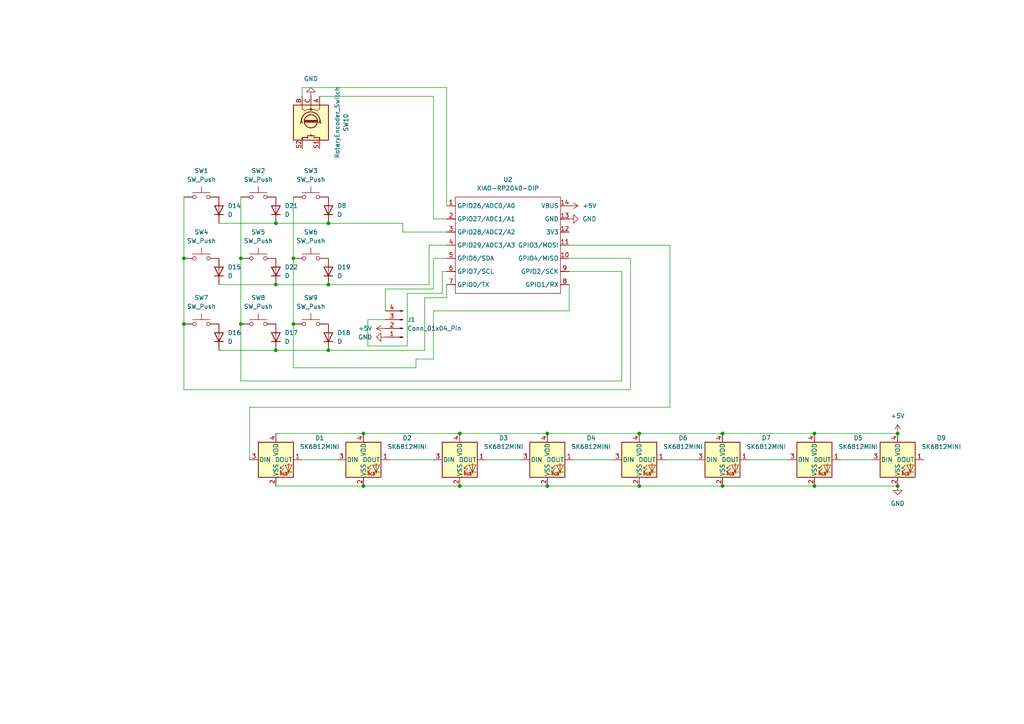
<source format=kicad_sch>
(kicad_sch
	(version 20231120)
	(generator "eeschema")
	(generator_version "8.0")
	(uuid "b9c46d62-c546-41f5-b54c-4955ded1f59a")
	(paper "A4")
	(lib_symbols
		(symbol "Connector:Conn_01x04_Pin"
			(pin_names
				(offset 1.016) hide)
			(exclude_from_sim no)
			(in_bom yes)
			(on_board yes)
			(property "Reference" "J"
				(at 0 5.08 0)
				(effects
					(font
						(size 1.27 1.27)
					)
				)
			)
			(property "Value" "Conn_01x04_Pin"
				(at 0 -7.62 0)
				(effects
					(font
						(size 1.27 1.27)
					)
				)
			)
			(property "Footprint" ""
				(at 0 0 0)
				(effects
					(font
						(size 1.27 1.27)
					)
					(hide yes)
				)
			)
			(property "Datasheet" "~"
				(at 0 0 0)
				(effects
					(font
						(size 1.27 1.27)
					)
					(hide yes)
				)
			)
			(property "Description" "Generic connector, single row, 01x04, script generated"
				(at 0 0 0)
				(effects
					(font
						(size 1.27 1.27)
					)
					(hide yes)
				)
			)
			(property "ki_locked" ""
				(at 0 0 0)
				(effects
					(font
						(size 1.27 1.27)
					)
				)
			)
			(property "ki_keywords" "connector"
				(at 0 0 0)
				(effects
					(font
						(size 1.27 1.27)
					)
					(hide yes)
				)
			)
			(property "ki_fp_filters" "Connector*:*_1x??_*"
				(at 0 0 0)
				(effects
					(font
						(size 1.27 1.27)
					)
					(hide yes)
				)
			)
			(symbol "Conn_01x04_Pin_1_1"
				(polyline
					(pts
						(xy 1.27 -5.08) (xy 0.8636 -5.08)
					)
					(stroke
						(width 0.1524)
						(type default)
					)
					(fill
						(type none)
					)
				)
				(polyline
					(pts
						(xy 1.27 -2.54) (xy 0.8636 -2.54)
					)
					(stroke
						(width 0.1524)
						(type default)
					)
					(fill
						(type none)
					)
				)
				(polyline
					(pts
						(xy 1.27 0) (xy 0.8636 0)
					)
					(stroke
						(width 0.1524)
						(type default)
					)
					(fill
						(type none)
					)
				)
				(polyline
					(pts
						(xy 1.27 2.54) (xy 0.8636 2.54)
					)
					(stroke
						(width 0.1524)
						(type default)
					)
					(fill
						(type none)
					)
				)
				(rectangle
					(start 0.8636 -4.953)
					(end 0 -5.207)
					(stroke
						(width 0.1524)
						(type default)
					)
					(fill
						(type outline)
					)
				)
				(rectangle
					(start 0.8636 -2.413)
					(end 0 -2.667)
					(stroke
						(width 0.1524)
						(type default)
					)
					(fill
						(type outline)
					)
				)
				(rectangle
					(start 0.8636 0.127)
					(end 0 -0.127)
					(stroke
						(width 0.1524)
						(type default)
					)
					(fill
						(type outline)
					)
				)
				(rectangle
					(start 0.8636 2.667)
					(end 0 2.413)
					(stroke
						(width 0.1524)
						(type default)
					)
					(fill
						(type outline)
					)
				)
				(pin passive line
					(at 5.08 2.54 180)
					(length 3.81)
					(name "Pin_1"
						(effects
							(font
								(size 1.27 1.27)
							)
						)
					)
					(number "1"
						(effects
							(font
								(size 1.27 1.27)
							)
						)
					)
				)
				(pin passive line
					(at 5.08 0 180)
					(length 3.81)
					(name "Pin_2"
						(effects
							(font
								(size 1.27 1.27)
							)
						)
					)
					(number "2"
						(effects
							(font
								(size 1.27 1.27)
							)
						)
					)
				)
				(pin passive line
					(at 5.08 -2.54 180)
					(length 3.81)
					(name "Pin_3"
						(effects
							(font
								(size 1.27 1.27)
							)
						)
					)
					(number "3"
						(effects
							(font
								(size 1.27 1.27)
							)
						)
					)
				)
				(pin passive line
					(at 5.08 -5.08 180)
					(length 3.81)
					(name "Pin_4"
						(effects
							(font
								(size 1.27 1.27)
							)
						)
					)
					(number "4"
						(effects
							(font
								(size 1.27 1.27)
							)
						)
					)
				)
			)
		)
		(symbol "Device:D"
			(pin_numbers hide)
			(pin_names
				(offset 1.016) hide)
			(exclude_from_sim no)
			(in_bom yes)
			(on_board yes)
			(property "Reference" "D"
				(at 0 2.54 0)
				(effects
					(font
						(size 1.27 1.27)
					)
				)
			)
			(property "Value" "D"
				(at 0 -2.54 0)
				(effects
					(font
						(size 1.27 1.27)
					)
				)
			)
			(property "Footprint" ""
				(at 0 0 0)
				(effects
					(font
						(size 1.27 1.27)
					)
					(hide yes)
				)
			)
			(property "Datasheet" "~"
				(at 0 0 0)
				(effects
					(font
						(size 1.27 1.27)
					)
					(hide yes)
				)
			)
			(property "Description" "Diode"
				(at 0 0 0)
				(effects
					(font
						(size 1.27 1.27)
					)
					(hide yes)
				)
			)
			(property "Sim.Device" "D"
				(at 0 0 0)
				(effects
					(font
						(size 1.27 1.27)
					)
					(hide yes)
				)
			)
			(property "Sim.Pins" "1=K 2=A"
				(at 0 0 0)
				(effects
					(font
						(size 1.27 1.27)
					)
					(hide yes)
				)
			)
			(property "ki_keywords" "diode"
				(at 0 0 0)
				(effects
					(font
						(size 1.27 1.27)
					)
					(hide yes)
				)
			)
			(property "ki_fp_filters" "TO-???* *_Diode_* *SingleDiode* D_*"
				(at 0 0 0)
				(effects
					(font
						(size 1.27 1.27)
					)
					(hide yes)
				)
			)
			(symbol "D_0_1"
				(polyline
					(pts
						(xy -1.27 1.27) (xy -1.27 -1.27)
					)
					(stroke
						(width 0.254)
						(type default)
					)
					(fill
						(type none)
					)
				)
				(polyline
					(pts
						(xy 1.27 0) (xy -1.27 0)
					)
					(stroke
						(width 0)
						(type default)
					)
					(fill
						(type none)
					)
				)
				(polyline
					(pts
						(xy 1.27 1.27) (xy 1.27 -1.27) (xy -1.27 0) (xy 1.27 1.27)
					)
					(stroke
						(width 0.254)
						(type default)
					)
					(fill
						(type none)
					)
				)
			)
			(symbol "D_1_1"
				(pin passive line
					(at -3.81 0 0)
					(length 2.54)
					(name "K"
						(effects
							(font
								(size 1.27 1.27)
							)
						)
					)
					(number "1"
						(effects
							(font
								(size 1.27 1.27)
							)
						)
					)
				)
				(pin passive line
					(at 3.81 0 180)
					(length 2.54)
					(name "A"
						(effects
							(font
								(size 1.27 1.27)
							)
						)
					)
					(number "2"
						(effects
							(font
								(size 1.27 1.27)
							)
						)
					)
				)
			)
		)
		(symbol "Device:RotaryEncoder_Switch"
			(pin_names
				(offset 0.254) hide)
			(exclude_from_sim no)
			(in_bom yes)
			(on_board yes)
			(property "Reference" "SW"
				(at 0 6.604 0)
				(effects
					(font
						(size 1.27 1.27)
					)
				)
			)
			(property "Value" "RotaryEncoder_Switch"
				(at 0 -6.604 0)
				(effects
					(font
						(size 1.27 1.27)
					)
				)
			)
			(property "Footprint" ""
				(at -3.81 4.064 0)
				(effects
					(font
						(size 1.27 1.27)
					)
					(hide yes)
				)
			)
			(property "Datasheet" "~"
				(at 0 6.604 0)
				(effects
					(font
						(size 1.27 1.27)
					)
					(hide yes)
				)
			)
			(property "Description" "Rotary encoder, dual channel, incremental quadrate outputs, with switch"
				(at 0 0 0)
				(effects
					(font
						(size 1.27 1.27)
					)
					(hide yes)
				)
			)
			(property "ki_keywords" "rotary switch encoder switch push button"
				(at 0 0 0)
				(effects
					(font
						(size 1.27 1.27)
					)
					(hide yes)
				)
			)
			(property "ki_fp_filters" "RotaryEncoder*Switch*"
				(at 0 0 0)
				(effects
					(font
						(size 1.27 1.27)
					)
					(hide yes)
				)
			)
			(symbol "RotaryEncoder_Switch_0_1"
				(rectangle
					(start -5.08 5.08)
					(end 5.08 -5.08)
					(stroke
						(width 0.254)
						(type default)
					)
					(fill
						(type background)
					)
				)
				(circle
					(center -3.81 0)
					(radius 0.254)
					(stroke
						(width 0)
						(type default)
					)
					(fill
						(type outline)
					)
				)
				(circle
					(center -0.381 0)
					(radius 1.905)
					(stroke
						(width 0.254)
						(type default)
					)
					(fill
						(type none)
					)
				)
				(arc
					(start -0.381 2.667)
					(mid -3.0988 -0.0635)
					(end -0.381 -2.794)
					(stroke
						(width 0.254)
						(type default)
					)
					(fill
						(type none)
					)
				)
				(polyline
					(pts
						(xy -0.635 -1.778) (xy -0.635 1.778)
					)
					(stroke
						(width 0.254)
						(type default)
					)
					(fill
						(type none)
					)
				)
				(polyline
					(pts
						(xy -0.381 -1.778) (xy -0.381 1.778)
					)
					(stroke
						(width 0.254)
						(type default)
					)
					(fill
						(type none)
					)
				)
				(polyline
					(pts
						(xy -0.127 1.778) (xy -0.127 -1.778)
					)
					(stroke
						(width 0.254)
						(type default)
					)
					(fill
						(type none)
					)
				)
				(polyline
					(pts
						(xy 3.81 0) (xy 3.429 0)
					)
					(stroke
						(width 0.254)
						(type default)
					)
					(fill
						(type none)
					)
				)
				(polyline
					(pts
						(xy 3.81 1.016) (xy 3.81 -1.016)
					)
					(stroke
						(width 0.254)
						(type default)
					)
					(fill
						(type none)
					)
				)
				(polyline
					(pts
						(xy -5.08 -2.54) (xy -3.81 -2.54) (xy -3.81 -2.032)
					)
					(stroke
						(width 0)
						(type default)
					)
					(fill
						(type none)
					)
				)
				(polyline
					(pts
						(xy -5.08 2.54) (xy -3.81 2.54) (xy -3.81 2.032)
					)
					(stroke
						(width 0)
						(type default)
					)
					(fill
						(type none)
					)
				)
				(polyline
					(pts
						(xy 0.254 -3.048) (xy -0.508 -2.794) (xy 0.127 -2.413)
					)
					(stroke
						(width 0.254)
						(type default)
					)
					(fill
						(type none)
					)
				)
				(polyline
					(pts
						(xy 0.254 2.921) (xy -0.508 2.667) (xy 0.127 2.286)
					)
					(stroke
						(width 0.254)
						(type default)
					)
					(fill
						(type none)
					)
				)
				(polyline
					(pts
						(xy 5.08 -2.54) (xy 4.318 -2.54) (xy 4.318 -1.016)
					)
					(stroke
						(width 0.254)
						(type default)
					)
					(fill
						(type none)
					)
				)
				(polyline
					(pts
						(xy 5.08 2.54) (xy 4.318 2.54) (xy 4.318 1.016)
					)
					(stroke
						(width 0.254)
						(type default)
					)
					(fill
						(type none)
					)
				)
				(polyline
					(pts
						(xy -5.08 0) (xy -3.81 0) (xy -3.81 -1.016) (xy -3.302 -2.032)
					)
					(stroke
						(width 0)
						(type default)
					)
					(fill
						(type none)
					)
				)
				(polyline
					(pts
						(xy -4.318 0) (xy -3.81 0) (xy -3.81 1.016) (xy -3.302 2.032)
					)
					(stroke
						(width 0)
						(type default)
					)
					(fill
						(type none)
					)
				)
				(circle
					(center 4.318 -1.016)
					(radius 0.127)
					(stroke
						(width 0.254)
						(type default)
					)
					(fill
						(type none)
					)
				)
				(circle
					(center 4.318 1.016)
					(radius 0.127)
					(stroke
						(width 0.254)
						(type default)
					)
					(fill
						(type none)
					)
				)
			)
			(symbol "RotaryEncoder_Switch_1_1"
				(pin passive line
					(at -7.62 2.54 0)
					(length 2.54)
					(name "A"
						(effects
							(font
								(size 1.27 1.27)
							)
						)
					)
					(number "A"
						(effects
							(font
								(size 1.27 1.27)
							)
						)
					)
				)
				(pin passive line
					(at -7.62 -2.54 0)
					(length 2.54)
					(name "B"
						(effects
							(font
								(size 1.27 1.27)
							)
						)
					)
					(number "B"
						(effects
							(font
								(size 1.27 1.27)
							)
						)
					)
				)
				(pin passive line
					(at -7.62 0 0)
					(length 2.54)
					(name "C"
						(effects
							(font
								(size 1.27 1.27)
							)
						)
					)
					(number "C"
						(effects
							(font
								(size 1.27 1.27)
							)
						)
					)
				)
				(pin passive line
					(at 7.62 2.54 180)
					(length 2.54)
					(name "S1"
						(effects
							(font
								(size 1.27 1.27)
							)
						)
					)
					(number "S1"
						(effects
							(font
								(size 1.27 1.27)
							)
						)
					)
				)
				(pin passive line
					(at 7.62 -2.54 180)
					(length 2.54)
					(name "S2"
						(effects
							(font
								(size 1.27 1.27)
							)
						)
					)
					(number "S2"
						(effects
							(font
								(size 1.27 1.27)
							)
						)
					)
				)
			)
		)
		(symbol "LED:SK6812MINI"
			(pin_names
				(offset 0.254)
			)
			(exclude_from_sim no)
			(in_bom yes)
			(on_board yes)
			(property "Reference" "D"
				(at 5.08 5.715 0)
				(effects
					(font
						(size 1.27 1.27)
					)
					(justify right bottom)
				)
			)
			(property "Value" "SK6812MINI"
				(at 1.27 -5.715 0)
				(effects
					(font
						(size 1.27 1.27)
					)
					(justify left top)
				)
			)
			(property "Footprint" "LED_SMD:LED_SK6812MINI_PLCC4_3.5x3.5mm_P1.75mm"
				(at 1.27 -7.62 0)
				(effects
					(font
						(size 1.27 1.27)
					)
					(justify left top)
					(hide yes)
				)
			)
			(property "Datasheet" "https://cdn-shop.adafruit.com/product-files/2686/SK6812MINI_REV.01-1-2.pdf"
				(at 2.54 -9.525 0)
				(effects
					(font
						(size 1.27 1.27)
					)
					(justify left top)
					(hide yes)
				)
			)
			(property "Description" "RGB LED with integrated controller"
				(at 0 0 0)
				(effects
					(font
						(size 1.27 1.27)
					)
					(hide yes)
				)
			)
			(property "ki_keywords" "RGB LED NeoPixel Mini addressable"
				(at 0 0 0)
				(effects
					(font
						(size 1.27 1.27)
					)
					(hide yes)
				)
			)
			(property "ki_fp_filters" "LED*SK6812MINI*PLCC*3.5x3.5mm*P1.75mm*"
				(at 0 0 0)
				(effects
					(font
						(size 1.27 1.27)
					)
					(hide yes)
				)
			)
			(symbol "SK6812MINI_0_0"
				(text "RGB"
					(at 2.286 -4.191 0)
					(effects
						(font
							(size 0.762 0.762)
						)
					)
				)
			)
			(symbol "SK6812MINI_0_1"
				(polyline
					(pts
						(xy 1.27 -3.556) (xy 1.778 -3.556)
					)
					(stroke
						(width 0)
						(type default)
					)
					(fill
						(type none)
					)
				)
				(polyline
					(pts
						(xy 1.27 -2.54) (xy 1.778 -2.54)
					)
					(stroke
						(width 0)
						(type default)
					)
					(fill
						(type none)
					)
				)
				(polyline
					(pts
						(xy 4.699 -3.556) (xy 2.667 -3.556)
					)
					(stroke
						(width 0)
						(type default)
					)
					(fill
						(type none)
					)
				)
				(polyline
					(pts
						(xy 2.286 -2.54) (xy 1.27 -3.556) (xy 1.27 -3.048)
					)
					(stroke
						(width 0)
						(type default)
					)
					(fill
						(type none)
					)
				)
				(polyline
					(pts
						(xy 2.286 -1.524) (xy 1.27 -2.54) (xy 1.27 -2.032)
					)
					(stroke
						(width 0)
						(type default)
					)
					(fill
						(type none)
					)
				)
				(polyline
					(pts
						(xy 3.683 -1.016) (xy 3.683 -3.556) (xy 3.683 -4.064)
					)
					(stroke
						(width 0)
						(type default)
					)
					(fill
						(type none)
					)
				)
				(polyline
					(pts
						(xy 4.699 -1.524) (xy 2.667 -1.524) (xy 3.683 -3.556) (xy 4.699 -1.524)
					)
					(stroke
						(width 0)
						(type default)
					)
					(fill
						(type none)
					)
				)
				(rectangle
					(start 5.08 5.08)
					(end -5.08 -5.08)
					(stroke
						(width 0.254)
						(type default)
					)
					(fill
						(type background)
					)
				)
			)
			(symbol "SK6812MINI_1_1"
				(pin output line
					(at 7.62 0 180)
					(length 2.54)
					(name "DOUT"
						(effects
							(font
								(size 1.27 1.27)
							)
						)
					)
					(number "1"
						(effects
							(font
								(size 1.27 1.27)
							)
						)
					)
				)
				(pin power_in line
					(at 0 -7.62 90)
					(length 2.54)
					(name "VSS"
						(effects
							(font
								(size 1.27 1.27)
							)
						)
					)
					(number "2"
						(effects
							(font
								(size 1.27 1.27)
							)
						)
					)
				)
				(pin input line
					(at -7.62 0 0)
					(length 2.54)
					(name "DIN"
						(effects
							(font
								(size 1.27 1.27)
							)
						)
					)
					(number "3"
						(effects
							(font
								(size 1.27 1.27)
							)
						)
					)
				)
				(pin power_in line
					(at 0 7.62 270)
					(length 2.54)
					(name "VDD"
						(effects
							(font
								(size 1.27 1.27)
							)
						)
					)
					(number "4"
						(effects
							(font
								(size 1.27 1.27)
							)
						)
					)
				)
			)
		)
		(symbol "OPL:XIAO-RP2040-DIP"
			(exclude_from_sim no)
			(in_bom yes)
			(on_board yes)
			(property "Reference" "U"
				(at 0 0 0)
				(effects
					(font
						(size 1.27 1.27)
					)
				)
			)
			(property "Value" "XIAO-RP2040-DIP"
				(at 5.334 -1.778 0)
				(effects
					(font
						(size 1.27 1.27)
					)
				)
			)
			(property "Footprint" "Module:MOUDLE14P-XIAO-DIP-SMD"
				(at 14.478 -32.258 0)
				(effects
					(font
						(size 1.27 1.27)
					)
					(hide yes)
				)
			)
			(property "Datasheet" ""
				(at 0 0 0)
				(effects
					(font
						(size 1.27 1.27)
					)
					(hide yes)
				)
			)
			(property "Description" ""
				(at 0 0 0)
				(effects
					(font
						(size 1.27 1.27)
					)
					(hide yes)
				)
			)
			(symbol "XIAO-RP2040-DIP_1_0"
				(polyline
					(pts
						(xy -1.27 -30.48) (xy -1.27 -16.51)
					)
					(stroke
						(width 0.1524)
						(type solid)
					)
					(fill
						(type none)
					)
				)
				(polyline
					(pts
						(xy -1.27 -27.94) (xy -2.54 -27.94)
					)
					(stroke
						(width 0.1524)
						(type solid)
					)
					(fill
						(type none)
					)
				)
				(polyline
					(pts
						(xy -1.27 -24.13) (xy -2.54 -24.13)
					)
					(stroke
						(width 0.1524)
						(type solid)
					)
					(fill
						(type none)
					)
				)
				(polyline
					(pts
						(xy -1.27 -20.32) (xy -2.54 -20.32)
					)
					(stroke
						(width 0.1524)
						(type solid)
					)
					(fill
						(type none)
					)
				)
				(polyline
					(pts
						(xy -1.27 -16.51) (xy -2.54 -16.51)
					)
					(stroke
						(width 0.1524)
						(type solid)
					)
					(fill
						(type none)
					)
				)
				(polyline
					(pts
						(xy -1.27 -16.51) (xy -1.27 -12.7)
					)
					(stroke
						(width 0.1524)
						(type solid)
					)
					(fill
						(type none)
					)
				)
				(polyline
					(pts
						(xy -1.27 -12.7) (xy -2.54 -12.7)
					)
					(stroke
						(width 0.1524)
						(type solid)
					)
					(fill
						(type none)
					)
				)
				(polyline
					(pts
						(xy -1.27 -12.7) (xy -1.27 -8.89)
					)
					(stroke
						(width 0.1524)
						(type solid)
					)
					(fill
						(type none)
					)
				)
				(polyline
					(pts
						(xy -1.27 -8.89) (xy -2.54 -8.89)
					)
					(stroke
						(width 0.1524)
						(type solid)
					)
					(fill
						(type none)
					)
				)
				(polyline
					(pts
						(xy -1.27 -8.89) (xy -1.27 -5.08)
					)
					(stroke
						(width 0.1524)
						(type solid)
					)
					(fill
						(type none)
					)
				)
				(polyline
					(pts
						(xy -1.27 -5.08) (xy -2.54 -5.08)
					)
					(stroke
						(width 0.1524)
						(type solid)
					)
					(fill
						(type none)
					)
				)
				(polyline
					(pts
						(xy -1.27 -5.08) (xy -1.27 -2.54)
					)
					(stroke
						(width 0.1524)
						(type solid)
					)
					(fill
						(type none)
					)
				)
				(polyline
					(pts
						(xy -1.27 -2.54) (xy 29.21 -2.54)
					)
					(stroke
						(width 0.1524)
						(type solid)
					)
					(fill
						(type none)
					)
				)
				(polyline
					(pts
						(xy 29.21 -30.48) (xy -1.27 -30.48)
					)
					(stroke
						(width 0.1524)
						(type solid)
					)
					(fill
						(type none)
					)
				)
				(polyline
					(pts
						(xy 29.21 -12.7) (xy 29.21 -30.48)
					)
					(stroke
						(width 0.1524)
						(type solid)
					)
					(fill
						(type none)
					)
				)
				(polyline
					(pts
						(xy 29.21 -8.89) (xy 29.21 -12.7)
					)
					(stroke
						(width 0.1524)
						(type solid)
					)
					(fill
						(type none)
					)
				)
				(polyline
					(pts
						(xy 29.21 -5.08) (xy 29.21 -8.89)
					)
					(stroke
						(width 0.1524)
						(type solid)
					)
					(fill
						(type none)
					)
				)
				(polyline
					(pts
						(xy 29.21 -2.54) (xy 29.21 -5.08)
					)
					(stroke
						(width 0.1524)
						(type solid)
					)
					(fill
						(type none)
					)
				)
				(polyline
					(pts
						(xy 30.48 -27.94) (xy 29.21 -27.94)
					)
					(stroke
						(width 0.1524)
						(type solid)
					)
					(fill
						(type none)
					)
				)
				(polyline
					(pts
						(xy 30.48 -24.13) (xy 29.21 -24.13)
					)
					(stroke
						(width 0.1524)
						(type solid)
					)
					(fill
						(type none)
					)
				)
				(polyline
					(pts
						(xy 30.48 -20.32) (xy 29.21 -20.32)
					)
					(stroke
						(width 0.1524)
						(type solid)
					)
					(fill
						(type none)
					)
				)
				(polyline
					(pts
						(xy 30.48 -16.51) (xy 29.21 -16.51)
					)
					(stroke
						(width 0.1524)
						(type solid)
					)
					(fill
						(type none)
					)
				)
				(polyline
					(pts
						(xy 30.48 -12.7) (xy 29.21 -12.7)
					)
					(stroke
						(width 0.1524)
						(type solid)
					)
					(fill
						(type none)
					)
				)
				(polyline
					(pts
						(xy 30.48 -8.89) (xy 29.21 -8.89)
					)
					(stroke
						(width 0.1524)
						(type solid)
					)
					(fill
						(type none)
					)
				)
				(polyline
					(pts
						(xy 30.48 -5.08) (xy 29.21 -5.08)
					)
					(stroke
						(width 0.1524)
						(type solid)
					)
					(fill
						(type none)
					)
				)
				(pin passive line
					(at -3.81 -5.08 0)
					(length 2.54)
					(name "GPIO26/ADC0/A0"
						(effects
							(font
								(size 1.27 1.27)
							)
						)
					)
					(number "1"
						(effects
							(font
								(size 1.27 1.27)
							)
						)
					)
				)
				(pin passive line
					(at 31.75 -20.32 180)
					(length 2.54)
					(name "GPIO4/MISO"
						(effects
							(font
								(size 1.27 1.27)
							)
						)
					)
					(number "10"
						(effects
							(font
								(size 1.27 1.27)
							)
						)
					)
				)
				(pin passive line
					(at 31.75 -16.51 180)
					(length 2.54)
					(name "GPIO3/MOSI"
						(effects
							(font
								(size 1.27 1.27)
							)
						)
					)
					(number "11"
						(effects
							(font
								(size 1.27 1.27)
							)
						)
					)
				)
				(pin passive line
					(at 31.75 -12.7 180)
					(length 2.54)
					(name "3V3"
						(effects
							(font
								(size 1.27 1.27)
							)
						)
					)
					(number "12"
						(effects
							(font
								(size 1.27 1.27)
							)
						)
					)
				)
				(pin passive line
					(at 31.75 -8.89 180)
					(length 2.54)
					(name "GND"
						(effects
							(font
								(size 1.27 1.27)
							)
						)
					)
					(number "13"
						(effects
							(font
								(size 1.27 1.27)
							)
						)
					)
				)
				(pin passive line
					(at 31.75 -5.08 180)
					(length 2.54)
					(name "VBUS"
						(effects
							(font
								(size 1.27 1.27)
							)
						)
					)
					(number "14"
						(effects
							(font
								(size 1.27 1.27)
							)
						)
					)
				)
				(pin passive line
					(at -3.81 -8.89 0)
					(length 2.54)
					(name "GPIO27/ADC1/A1"
						(effects
							(font
								(size 1.27 1.27)
							)
						)
					)
					(number "2"
						(effects
							(font
								(size 1.27 1.27)
							)
						)
					)
				)
				(pin passive line
					(at -3.81 -12.7 0)
					(length 2.54)
					(name "GPIO28/ADC2/A2"
						(effects
							(font
								(size 1.27 1.27)
							)
						)
					)
					(number "3"
						(effects
							(font
								(size 1.27 1.27)
							)
						)
					)
				)
				(pin passive line
					(at -3.81 -16.51 0)
					(length 2.54)
					(name "GPIO29/ADC3/A3"
						(effects
							(font
								(size 1.27 1.27)
							)
						)
					)
					(number "4"
						(effects
							(font
								(size 1.27 1.27)
							)
						)
					)
				)
				(pin passive line
					(at -3.81 -20.32 0)
					(length 2.54)
					(name "GPIO6/SDA"
						(effects
							(font
								(size 1.27 1.27)
							)
						)
					)
					(number "5"
						(effects
							(font
								(size 1.27 1.27)
							)
						)
					)
				)
				(pin passive line
					(at -3.81 -24.13 0)
					(length 2.54)
					(name "GPIO7/SCL"
						(effects
							(font
								(size 1.27 1.27)
							)
						)
					)
					(number "6"
						(effects
							(font
								(size 1.27 1.27)
							)
						)
					)
				)
				(pin passive line
					(at -3.81 -27.94 0)
					(length 2.54)
					(name "GPIO0/TX"
						(effects
							(font
								(size 1.27 1.27)
							)
						)
					)
					(number "7"
						(effects
							(font
								(size 1.27 1.27)
							)
						)
					)
				)
				(pin passive line
					(at 31.75 -27.94 180)
					(length 2.54)
					(name "GPIO1/RX"
						(effects
							(font
								(size 1.27 1.27)
							)
						)
					)
					(number "8"
						(effects
							(font
								(size 1.27 1.27)
							)
						)
					)
				)
				(pin passive line
					(at 31.75 -24.13 180)
					(length 2.54)
					(name "GPIO2/SCK"
						(effects
							(font
								(size 1.27 1.27)
							)
						)
					)
					(number "9"
						(effects
							(font
								(size 1.27 1.27)
							)
						)
					)
				)
			)
		)
		(symbol "Switch:SW_Push"
			(pin_numbers hide)
			(pin_names
				(offset 1.016) hide)
			(exclude_from_sim no)
			(in_bom yes)
			(on_board yes)
			(property "Reference" "SW"
				(at 1.27 2.54 0)
				(effects
					(font
						(size 1.27 1.27)
					)
					(justify left)
				)
			)
			(property "Value" "SW_Push"
				(at 0 -1.524 0)
				(effects
					(font
						(size 1.27 1.27)
					)
				)
			)
			(property "Footprint" ""
				(at 0 5.08 0)
				(effects
					(font
						(size 1.27 1.27)
					)
					(hide yes)
				)
			)
			(property "Datasheet" "~"
				(at 0 5.08 0)
				(effects
					(font
						(size 1.27 1.27)
					)
					(hide yes)
				)
			)
			(property "Description" "Push button switch, generic, two pins"
				(at 0 0 0)
				(effects
					(font
						(size 1.27 1.27)
					)
					(hide yes)
				)
			)
			(property "ki_keywords" "switch normally-open pushbutton push-button"
				(at 0 0 0)
				(effects
					(font
						(size 1.27 1.27)
					)
					(hide yes)
				)
			)
			(symbol "SW_Push_0_1"
				(circle
					(center -2.032 0)
					(radius 0.508)
					(stroke
						(width 0)
						(type default)
					)
					(fill
						(type none)
					)
				)
				(polyline
					(pts
						(xy 0 1.27) (xy 0 3.048)
					)
					(stroke
						(width 0)
						(type default)
					)
					(fill
						(type none)
					)
				)
				(polyline
					(pts
						(xy 2.54 1.27) (xy -2.54 1.27)
					)
					(stroke
						(width 0)
						(type default)
					)
					(fill
						(type none)
					)
				)
				(circle
					(center 2.032 0)
					(radius 0.508)
					(stroke
						(width 0)
						(type default)
					)
					(fill
						(type none)
					)
				)
				(pin passive line
					(at -5.08 0 0)
					(length 2.54)
					(name "1"
						(effects
							(font
								(size 1.27 1.27)
							)
						)
					)
					(number "1"
						(effects
							(font
								(size 1.27 1.27)
							)
						)
					)
				)
				(pin passive line
					(at 5.08 0 180)
					(length 2.54)
					(name "2"
						(effects
							(font
								(size 1.27 1.27)
							)
						)
					)
					(number "2"
						(effects
							(font
								(size 1.27 1.27)
							)
						)
					)
				)
			)
		)
		(symbol "power:+5V"
			(power)
			(pin_numbers hide)
			(pin_names
				(offset 0) hide)
			(exclude_from_sim no)
			(in_bom yes)
			(on_board yes)
			(property "Reference" "#PWR"
				(at 0 -3.81 0)
				(effects
					(font
						(size 1.27 1.27)
					)
					(hide yes)
				)
			)
			(property "Value" "+5V"
				(at 0 3.556 0)
				(effects
					(font
						(size 1.27 1.27)
					)
				)
			)
			(property "Footprint" ""
				(at 0 0 0)
				(effects
					(font
						(size 1.27 1.27)
					)
					(hide yes)
				)
			)
			(property "Datasheet" ""
				(at 0 0 0)
				(effects
					(font
						(size 1.27 1.27)
					)
					(hide yes)
				)
			)
			(property "Description" "Power symbol creates a global label with name \"+5V\""
				(at 0 0 0)
				(effects
					(font
						(size 1.27 1.27)
					)
					(hide yes)
				)
			)
			(property "ki_keywords" "global power"
				(at 0 0 0)
				(effects
					(font
						(size 1.27 1.27)
					)
					(hide yes)
				)
			)
			(symbol "+5V_0_1"
				(polyline
					(pts
						(xy -0.762 1.27) (xy 0 2.54)
					)
					(stroke
						(width 0)
						(type default)
					)
					(fill
						(type none)
					)
				)
				(polyline
					(pts
						(xy 0 0) (xy 0 2.54)
					)
					(stroke
						(width 0)
						(type default)
					)
					(fill
						(type none)
					)
				)
				(polyline
					(pts
						(xy 0 2.54) (xy 0.762 1.27)
					)
					(stroke
						(width 0)
						(type default)
					)
					(fill
						(type none)
					)
				)
			)
			(symbol "+5V_1_1"
				(pin power_in line
					(at 0 0 90)
					(length 0)
					(name "~"
						(effects
							(font
								(size 1.27 1.27)
							)
						)
					)
					(number "1"
						(effects
							(font
								(size 1.27 1.27)
							)
						)
					)
				)
			)
		)
		(symbol "power:GND"
			(power)
			(pin_numbers hide)
			(pin_names
				(offset 0) hide)
			(exclude_from_sim no)
			(in_bom yes)
			(on_board yes)
			(property "Reference" "#PWR"
				(at 0 -6.35 0)
				(effects
					(font
						(size 1.27 1.27)
					)
					(hide yes)
				)
			)
			(property "Value" "GND"
				(at 0 -3.81 0)
				(effects
					(font
						(size 1.27 1.27)
					)
				)
			)
			(property "Footprint" ""
				(at 0 0 0)
				(effects
					(font
						(size 1.27 1.27)
					)
					(hide yes)
				)
			)
			(property "Datasheet" ""
				(at 0 0 0)
				(effects
					(font
						(size 1.27 1.27)
					)
					(hide yes)
				)
			)
			(property "Description" "Power symbol creates a global label with name \"GND\" , ground"
				(at 0 0 0)
				(effects
					(font
						(size 1.27 1.27)
					)
					(hide yes)
				)
			)
			(property "ki_keywords" "global power"
				(at 0 0 0)
				(effects
					(font
						(size 1.27 1.27)
					)
					(hide yes)
				)
			)
			(symbol "GND_0_1"
				(polyline
					(pts
						(xy 0 0) (xy 0 -1.27) (xy 1.27 -1.27) (xy 0 -2.54) (xy -1.27 -1.27) (xy 0 -1.27)
					)
					(stroke
						(width 0)
						(type default)
					)
					(fill
						(type none)
					)
				)
			)
			(symbol "GND_1_1"
				(pin power_in line
					(at 0 0 270)
					(length 0)
					(name "~"
						(effects
							(font
								(size 1.27 1.27)
							)
						)
					)
					(number "1"
						(effects
							(font
								(size 1.27 1.27)
							)
						)
					)
				)
			)
		)
	)
	(junction
		(at 95.25 82.55)
		(diameter 0)
		(color 0 0 0 0)
		(uuid "1b854fd0-2e8d-442d-a4c7-416a5055c187")
	)
	(junction
		(at 53.34 74.93)
		(diameter 0)
		(color 0 0 0 0)
		(uuid "1de8d6aa-db73-4379-bff1-1e47773a4759")
	)
	(junction
		(at 85.09 93.98)
		(diameter 0)
		(color 0 0 0 0)
		(uuid "2c629748-6b23-415a-9a1b-5703a4890bdc")
	)
	(junction
		(at 133.35 125.73)
		(diameter 0)
		(color 0 0 0 0)
		(uuid "33c7b4fc-1ab2-4872-8008-26a79e6b0302")
	)
	(junction
		(at 85.09 74.93)
		(diameter 0)
		(color 0 0 0 0)
		(uuid "381553f7-f1ec-4e77-864d-a882976083ae")
	)
	(junction
		(at 69.85 93.98)
		(diameter 0)
		(color 0 0 0 0)
		(uuid "3987fc20-a94e-4422-b50f-e6c6a38e4f95")
	)
	(junction
		(at 209.55 125.73)
		(diameter 0)
		(color 0 0 0 0)
		(uuid "42185fe1-da28-47ac-9f09-2785d7b60e5c")
	)
	(junction
		(at 105.41 140.97)
		(diameter 0)
		(color 0 0 0 0)
		(uuid "4fc829e3-4ae3-4170-b48a-1b22ed59aca7")
	)
	(junction
		(at 185.42 140.97)
		(diameter 0)
		(color 0 0 0 0)
		(uuid "548294c9-5039-47cb-9fc8-48c02b61c87e")
	)
	(junction
		(at 133.35 140.97)
		(diameter 0)
		(color 0 0 0 0)
		(uuid "5c01f70b-38ba-4f7f-a3df-adaa8a56117f")
	)
	(junction
		(at 105.41 125.73)
		(diameter 0)
		(color 0 0 0 0)
		(uuid "68e050ac-a2de-43ec-963f-90fcc7f74c46")
	)
	(junction
		(at 260.35 125.73)
		(diameter 0)
		(color 0 0 0 0)
		(uuid "73bd1b62-9496-4482-9e5a-58b615413564")
	)
	(junction
		(at 80.01 82.55)
		(diameter 0)
		(color 0 0 0 0)
		(uuid "99392fcd-9e96-41a3-a45d-a5e743093062")
	)
	(junction
		(at 158.75 140.97)
		(diameter 0)
		(color 0 0 0 0)
		(uuid "a2847e9f-77be-4088-ba60-c9265e899738")
	)
	(junction
		(at 209.55 140.97)
		(diameter 0)
		(color 0 0 0 0)
		(uuid "a95805fe-c5c6-470c-84e0-209cbcdea790")
	)
	(junction
		(at 185.42 125.73)
		(diameter 0)
		(color 0 0 0 0)
		(uuid "b215d53e-c9e1-4db8-badd-e5a54af40211")
	)
	(junction
		(at 53.34 93.98)
		(diameter 0)
		(color 0 0 0 0)
		(uuid "bfa09363-e9c1-4e3e-b25f-5089add2194b")
	)
	(junction
		(at 80.01 101.6)
		(diameter 0)
		(color 0 0 0 0)
		(uuid "c401ce49-8742-434c-b485-bf27668f0715")
	)
	(junction
		(at 69.85 74.93)
		(diameter 0)
		(color 0 0 0 0)
		(uuid "c7226d54-0b3d-4745-ba9d-5284b9600d76")
	)
	(junction
		(at 260.35 140.97)
		(diameter 0)
		(color 0 0 0 0)
		(uuid "c80d2fe5-bf7b-4cef-b247-eddb483d720f")
	)
	(junction
		(at 236.22 140.97)
		(diameter 0)
		(color 0 0 0 0)
		(uuid "c8bd9d46-dcaa-4b02-87d7-909e0e42f267")
	)
	(junction
		(at 236.22 125.73)
		(diameter 0)
		(color 0 0 0 0)
		(uuid "d7efac80-4325-4a51-bfa8-82039dbf23b7")
	)
	(junction
		(at 80.01 64.77)
		(diameter 0)
		(color 0 0 0 0)
		(uuid "dc0f89b0-7091-4c13-ad28-3c5eb2bf0435")
	)
	(junction
		(at 158.75 125.73)
		(diameter 0)
		(color 0 0 0 0)
		(uuid "de762b29-9c2f-48b2-9f57-72a936a6aefc")
	)
	(junction
		(at 95.25 101.6)
		(diameter 0)
		(color 0 0 0 0)
		(uuid "e96d5ee4-f83c-4502-86f8-2b105568133e")
	)
	(junction
		(at 95.25 64.77)
		(diameter 0)
		(color 0 0 0 0)
		(uuid "f6f4457b-aa4b-4404-a988-29cb873d1b24")
	)
	(wire
		(pts
			(xy 125.73 90.17) (xy 165.1 90.17)
		)
		(stroke
			(width 0)
			(type default)
		)
		(uuid "0514f025-6f7c-45de-938c-eea6f548affc")
	)
	(wire
		(pts
			(xy 80.01 140.97) (xy 105.41 140.97)
		)
		(stroke
			(width 0)
			(type default)
		)
		(uuid "051f14a8-b77b-473e-8180-1a5bbec3fc25")
	)
	(wire
		(pts
			(xy 180.34 110.49) (xy 180.34 78.74)
		)
		(stroke
			(width 0)
			(type default)
		)
		(uuid "0988733d-5754-4d1e-8e83-7e5395d1f5b7")
	)
	(wire
		(pts
			(xy 118.11 85.09) (xy 128.27 85.09)
		)
		(stroke
			(width 0)
			(type default)
		)
		(uuid "0ba1b18d-6a55-4e11-8765-b491e4d9b05c")
	)
	(wire
		(pts
			(xy 80.01 82.55) (xy 95.25 82.55)
		)
		(stroke
			(width 0)
			(type default)
		)
		(uuid "0d2a8411-0278-42aa-981b-bf8ef1610bb8")
	)
	(wire
		(pts
			(xy 124.46 71.12) (xy 129.54 71.12)
		)
		(stroke
			(width 0)
			(type default)
		)
		(uuid "0d35b6cf-e213-468e-9fd8-349193aedf91")
	)
	(wire
		(pts
			(xy 123.19 101.6) (xy 123.19 86.36)
		)
		(stroke
			(width 0)
			(type default)
		)
		(uuid "11e605ff-a65f-4eb4-aa66-f63b91b73698")
	)
	(wire
		(pts
			(xy 120.65 104.14) (xy 125.73 104.14)
		)
		(stroke
			(width 0)
			(type default)
		)
		(uuid "13484b4c-3354-4ed2-8653-7a3ea9aee799")
	)
	(wire
		(pts
			(xy 72.39 118.11) (xy 194.31 118.11)
		)
		(stroke
			(width 0)
			(type default)
		)
		(uuid "1439787e-6fc7-4fd8-bc7d-33f8b7ff9157")
	)
	(wire
		(pts
			(xy 87.63 27.94) (xy 87.63 25.4)
		)
		(stroke
			(width 0)
			(type default)
		)
		(uuid "1635d58d-735e-4bd3-8c49-88f1b8521650")
	)
	(wire
		(pts
			(xy 129.54 86.36) (xy 129.54 82.55)
		)
		(stroke
			(width 0)
			(type default)
		)
		(uuid "182b52fa-5d51-45fe-8dd0-f52548eb645f")
	)
	(wire
		(pts
			(xy 72.39 133.35) (xy 72.39 118.11)
		)
		(stroke
			(width 0)
			(type default)
		)
		(uuid "187b7a94-8110-40c8-8f47-4f2519512fd7")
	)
	(wire
		(pts
			(xy 105.41 125.73) (xy 133.35 125.73)
		)
		(stroke
			(width 0)
			(type default)
		)
		(uuid "1b1bfcdf-7e47-445e-94cb-74cb7fef5f63")
	)
	(wire
		(pts
			(xy 133.35 140.97) (xy 158.75 140.97)
		)
		(stroke
			(width 0)
			(type default)
		)
		(uuid "1c9f5a10-c415-4f5a-86b2-87ff054d8007")
	)
	(wire
		(pts
			(xy 63.5 101.6) (xy 80.01 101.6)
		)
		(stroke
			(width 0)
			(type default)
		)
		(uuid "1d0bb450-3f1c-4e4c-a50f-eb270b0c671f")
	)
	(wire
		(pts
			(xy 69.85 93.98) (xy 69.85 110.49)
		)
		(stroke
			(width 0)
			(type default)
		)
		(uuid "1e737ef0-4c6b-403d-b6b6-c497b03fd934")
	)
	(wire
		(pts
			(xy 129.54 25.4) (xy 129.54 59.69)
		)
		(stroke
			(width 0)
			(type default)
		)
		(uuid "1e7e3aaa-fc98-47d4-8648-5ebf5632ee6a")
	)
	(wire
		(pts
			(xy 125.73 63.5) (xy 129.54 63.5)
		)
		(stroke
			(width 0)
			(type default)
		)
		(uuid "2843d8f4-0e64-4df2-86e3-fdff21a0f756")
	)
	(wire
		(pts
			(xy 133.35 125.73) (xy 158.75 125.73)
		)
		(stroke
			(width 0)
			(type default)
		)
		(uuid "2f58b491-099e-4c99-82a6-68bfecc538b7")
	)
	(wire
		(pts
			(xy 165.1 90.17) (xy 165.1 82.55)
		)
		(stroke
			(width 0)
			(type default)
		)
		(uuid "37f6ea73-82fe-4765-a727-968fa4e1c52b")
	)
	(wire
		(pts
			(xy 180.34 78.74) (xy 165.1 78.74)
		)
		(stroke
			(width 0)
			(type default)
		)
		(uuid "3d39510e-7280-4b4c-9341-9163bf7f37d9")
	)
	(wire
		(pts
			(xy 120.65 106.68) (xy 120.65 104.14)
		)
		(stroke
			(width 0)
			(type default)
		)
		(uuid "40c2cdfe-6cde-4310-a369-246472b71519")
	)
	(wire
		(pts
			(xy 116.84 64.77) (xy 116.84 67.31)
		)
		(stroke
			(width 0)
			(type default)
		)
		(uuid "42ae7a95-9390-4641-8e75-288bab4fa483")
	)
	(wire
		(pts
			(xy 125.73 74.93) (xy 129.54 74.93)
		)
		(stroke
			(width 0)
			(type default)
		)
		(uuid "457ef436-80a7-41e9-a2a5-dac12fd1ade7")
	)
	(wire
		(pts
			(xy 116.84 67.31) (xy 129.54 67.31)
		)
		(stroke
			(width 0)
			(type default)
		)
		(uuid "4620e01e-ad54-4e02-83f4-638de072e467")
	)
	(wire
		(pts
			(xy 63.5 64.77) (xy 80.01 64.77)
		)
		(stroke
			(width 0)
			(type default)
		)
		(uuid "47566260-e0c5-475f-9cb8-b8165d817435")
	)
	(wire
		(pts
			(xy 193.04 133.35) (xy 201.93 133.35)
		)
		(stroke
			(width 0)
			(type default)
		)
		(uuid "4b40e88b-e38c-439c-8782-506c9a0f9f4c")
	)
	(wire
		(pts
			(xy 63.5 82.55) (xy 80.01 82.55)
		)
		(stroke
			(width 0)
			(type default)
		)
		(uuid "4bf5d743-c016-4784-86a0-9af0008a42f3")
	)
	(wire
		(pts
			(xy 185.42 125.73) (xy 209.55 125.73)
		)
		(stroke
			(width 0)
			(type default)
		)
		(uuid "50e3cf37-1452-464b-b0a2-276126484395")
	)
	(wire
		(pts
			(xy 95.25 64.77) (xy 116.84 64.77)
		)
		(stroke
			(width 0)
			(type default)
		)
		(uuid "52d5b9a3-c36c-4a61-99fe-2b9fdeda746e")
	)
	(wire
		(pts
			(xy 95.25 101.6) (xy 123.19 101.6)
		)
		(stroke
			(width 0)
			(type default)
		)
		(uuid "5354ab0c-eecc-4c36-9516-7c705168e716")
	)
	(wire
		(pts
			(xy 53.34 74.93) (xy 53.34 93.98)
		)
		(stroke
			(width 0)
			(type default)
		)
		(uuid "53b44d4d-4b4a-4cb7-a3f9-436d5569ffa0")
	)
	(wire
		(pts
			(xy 105.41 140.97) (xy 133.35 140.97)
		)
		(stroke
			(width 0)
			(type default)
		)
		(uuid "551ddd1f-7bde-4697-ba02-bda4c13eb3e8")
	)
	(wire
		(pts
			(xy 194.31 71.12) (xy 165.1 71.12)
		)
		(stroke
			(width 0)
			(type default)
		)
		(uuid "55ded625-72be-4886-8772-70e8ea36e6cb")
	)
	(wire
		(pts
			(xy 236.22 125.73) (xy 260.35 125.73)
		)
		(stroke
			(width 0)
			(type default)
		)
		(uuid "56d631bb-d8ac-42a3-8665-c9ae1de4ab27")
	)
	(wire
		(pts
			(xy 182.88 74.93) (xy 165.1 74.93)
		)
		(stroke
			(width 0)
			(type default)
		)
		(uuid "58163089-c0c3-4d41-a6fb-673e86d4fcf6")
	)
	(wire
		(pts
			(xy 194.31 118.11) (xy 194.31 71.12)
		)
		(stroke
			(width 0)
			(type default)
		)
		(uuid "58cb9c06-10b9-41fd-a8c3-73c96e429017")
	)
	(wire
		(pts
			(xy 87.63 25.4) (xy 129.54 25.4)
		)
		(stroke
			(width 0)
			(type default)
		)
		(uuid "593ac8eb-10d5-4f1a-aa06-08050429e5ed")
	)
	(wire
		(pts
			(xy 125.73 104.14) (xy 125.73 90.17)
		)
		(stroke
			(width 0)
			(type default)
		)
		(uuid "59f39145-010e-476e-9e33-5c54c4d83739")
	)
	(wire
		(pts
			(xy 209.55 125.73) (xy 236.22 125.73)
		)
		(stroke
			(width 0)
			(type default)
		)
		(uuid "5a5dd81c-e984-45f6-aa95-84cbeef3d7b7")
	)
	(wire
		(pts
			(xy 69.85 57.15) (xy 69.85 74.93)
		)
		(stroke
			(width 0)
			(type default)
		)
		(uuid "5fc35912-ce34-478f-9495-bab559d9bb3d")
	)
	(wire
		(pts
			(xy 69.85 74.93) (xy 69.85 93.98)
		)
		(stroke
			(width 0)
			(type default)
		)
		(uuid "62348b93-fa7b-4c31-920f-380c93fe3bd8")
	)
	(wire
		(pts
			(xy 113.03 133.35) (xy 125.73 133.35)
		)
		(stroke
			(width 0)
			(type default)
		)
		(uuid "6257b428-18c5-41fd-ad23-de4ec21581fe")
	)
	(wire
		(pts
			(xy 128.27 85.09) (xy 128.27 78.74)
		)
		(stroke
			(width 0)
			(type default)
		)
		(uuid "62830fcf-c538-4a99-b7f8-0ea05e7b48bb")
	)
	(wire
		(pts
			(xy 236.22 140.97) (xy 260.35 140.97)
		)
		(stroke
			(width 0)
			(type default)
		)
		(uuid "6d98795e-51b2-496c-8901-2f0466d6047d")
	)
	(wire
		(pts
			(xy 125.73 27.94) (xy 125.73 63.5)
		)
		(stroke
			(width 0)
			(type default)
		)
		(uuid "737282ec-1c28-443b-9bbd-2cd6f16bfa92")
	)
	(wire
		(pts
			(xy 124.46 82.55) (xy 124.46 71.12)
		)
		(stroke
			(width 0)
			(type default)
		)
		(uuid "75f3fd98-75db-4399-84e9-ceb7be965162")
	)
	(wire
		(pts
			(xy 80.01 64.77) (xy 95.25 64.77)
		)
		(stroke
			(width 0)
			(type default)
		)
		(uuid "76a1f3e7-9a5f-46f7-b1ac-f4b5d08b5d26")
	)
	(wire
		(pts
			(xy 69.85 110.49) (xy 180.34 110.49)
		)
		(stroke
			(width 0)
			(type default)
		)
		(uuid "7846583e-707e-4019-9d78-c6bc6d2e6faa")
	)
	(wire
		(pts
			(xy 111.76 92.71) (xy 106.68 92.71)
		)
		(stroke
			(width 0)
			(type default)
		)
		(uuid "78bbe530-d85b-48e9-bb03-915c39a2c2a5")
	)
	(wire
		(pts
			(xy 92.71 27.94) (xy 125.73 27.94)
		)
		(stroke
			(width 0)
			(type default)
		)
		(uuid "875f1e74-a71b-4e7b-9e8a-e26eb8e672e0")
	)
	(wire
		(pts
			(xy 53.34 93.98) (xy 53.34 113.03)
		)
		(stroke
			(width 0)
			(type default)
		)
		(uuid "8c5bb9b4-71b0-4df3-8461-f755f013ffed")
	)
	(wire
		(pts
			(xy 85.09 93.98) (xy 85.09 106.68)
		)
		(stroke
			(width 0)
			(type default)
		)
		(uuid "8e7dfdfc-773f-40b0-9864-bdf3fab076ba")
	)
	(wire
		(pts
			(xy 118.11 100.33) (xy 118.11 85.09)
		)
		(stroke
			(width 0)
			(type default)
		)
		(uuid "901e1cc1-4fd7-4b92-a078-e50907ecccbe")
	)
	(wire
		(pts
			(xy 125.73 83.82) (xy 125.73 74.93)
		)
		(stroke
			(width 0)
			(type default)
		)
		(uuid "93668d73-b93f-43cd-bd6f-1a81318553bb")
	)
	(wire
		(pts
			(xy 182.88 113.03) (xy 182.88 74.93)
		)
		(stroke
			(width 0)
			(type default)
		)
		(uuid "a2178bc1-169c-4146-b6e1-b1b110d5c534")
	)
	(wire
		(pts
			(xy 85.09 57.15) (xy 85.09 74.93)
		)
		(stroke
			(width 0)
			(type default)
		)
		(uuid "a74217ab-5c12-4dec-b10d-9b3993573871")
	)
	(wire
		(pts
			(xy 87.63 133.35) (xy 97.79 133.35)
		)
		(stroke
			(width 0)
			(type default)
		)
		(uuid "a8bd831d-a3c6-45df-9325-913f935982df")
	)
	(wire
		(pts
			(xy 111.76 83.82) (xy 125.73 83.82)
		)
		(stroke
			(width 0)
			(type default)
		)
		(uuid "a8dba3cf-3ec8-4155-baa2-08f366679a45")
	)
	(wire
		(pts
			(xy 80.01 101.6) (xy 95.25 101.6)
		)
		(stroke
			(width 0)
			(type default)
		)
		(uuid "a9564d66-bb47-4de3-9080-6d89ead21fa7")
	)
	(wire
		(pts
			(xy 243.84 133.35) (xy 252.73 133.35)
		)
		(stroke
			(width 0)
			(type default)
		)
		(uuid "a9b1177e-8c9f-4902-a261-c4a903417fbe")
	)
	(wire
		(pts
			(xy 80.01 125.73) (xy 105.41 125.73)
		)
		(stroke
			(width 0)
			(type default)
		)
		(uuid "ad92f88d-5118-4bf5-9a85-5dd8d3ba7421")
	)
	(wire
		(pts
			(xy 158.75 140.97) (xy 185.42 140.97)
		)
		(stroke
			(width 0)
			(type default)
		)
		(uuid "adf9aef6-103c-48e5-9bbb-6ba50c94acce")
	)
	(wire
		(pts
			(xy 106.68 100.33) (xy 118.11 100.33)
		)
		(stroke
			(width 0)
			(type default)
		)
		(uuid "b2532ec4-db3b-486e-9bf4-b4367ee9e28a")
	)
	(wire
		(pts
			(xy 53.34 57.15) (xy 53.34 74.93)
		)
		(stroke
			(width 0)
			(type default)
		)
		(uuid "b286fd3c-0d31-46e4-9c00-35b70d7bd216")
	)
	(wire
		(pts
			(xy 85.09 106.68) (xy 120.65 106.68)
		)
		(stroke
			(width 0)
			(type default)
		)
		(uuid "b4aeb042-bfa7-4e5d-9080-44945060e261")
	)
	(wire
		(pts
			(xy 217.17 133.35) (xy 228.6 133.35)
		)
		(stroke
			(width 0)
			(type default)
		)
		(uuid "bf693e4d-071c-4828-b8b2-158c94830974")
	)
	(wire
		(pts
			(xy 158.75 125.73) (xy 185.42 125.73)
		)
		(stroke
			(width 0)
			(type default)
		)
		(uuid "c09d253c-c729-4589-b3c4-c2fcaf23b8bc")
	)
	(wire
		(pts
			(xy 166.37 133.35) (xy 177.8 133.35)
		)
		(stroke
			(width 0)
			(type default)
		)
		(uuid "c82bd9cd-04fb-4df8-bc23-07da0b117325")
	)
	(wire
		(pts
			(xy 53.34 113.03) (xy 182.88 113.03)
		)
		(stroke
			(width 0)
			(type default)
		)
		(uuid "d511dc48-1645-4fc9-a1c2-8e35168968fb")
	)
	(wire
		(pts
			(xy 85.09 74.93) (xy 85.09 93.98)
		)
		(stroke
			(width 0)
			(type default)
		)
		(uuid "d5750d51-ded4-44e1-99ad-5cd3088496bc")
	)
	(wire
		(pts
			(xy 106.68 92.71) (xy 106.68 100.33)
		)
		(stroke
			(width 0)
			(type default)
		)
		(uuid "dc0cc430-0985-423a-bdda-92c2e6f9cf96")
	)
	(wire
		(pts
			(xy 111.76 90.17) (xy 111.76 83.82)
		)
		(stroke
			(width 0)
			(type default)
		)
		(uuid "f26fae3f-2e30-4be8-88aa-500538e64105")
	)
	(wire
		(pts
			(xy 124.46 82.55) (xy 95.25 82.55)
		)
		(stroke
			(width 0)
			(type default)
		)
		(uuid "f2a1b473-b7ac-43d2-9563-278dc758b372")
	)
	(wire
		(pts
			(xy 128.27 78.74) (xy 129.54 78.74)
		)
		(stroke
			(width 0)
			(type default)
		)
		(uuid "f358f414-fac7-444a-a26e-59ce2b70d75c")
	)
	(wire
		(pts
			(xy 209.55 140.97) (xy 236.22 140.97)
		)
		(stroke
			(width 0)
			(type default)
		)
		(uuid "f48f4cd0-9d0f-4989-9a05-3fa022ecfa7a")
	)
	(wire
		(pts
			(xy 185.42 140.97) (xy 209.55 140.97)
		)
		(stroke
			(width 0)
			(type default)
		)
		(uuid "f550e22d-3549-4f4d-a4ee-714d0f0be202")
	)
	(wire
		(pts
			(xy 123.19 86.36) (xy 129.54 86.36)
		)
		(stroke
			(width 0)
			(type default)
		)
		(uuid "f7564659-4b79-494c-8e5b-b365fb33a9ca")
	)
	(wire
		(pts
			(xy 140.97 133.35) (xy 151.13 133.35)
		)
		(stroke
			(width 0)
			(type default)
		)
		(uuid "fbd438e9-a200-42ad-89bc-17d304cd6b1a")
	)
	(symbol
		(lib_id "LED:SK6812MINI")
		(at 80.01 133.35 0)
		(unit 1)
		(exclude_from_sim no)
		(in_bom yes)
		(on_board yes)
		(dnp no)
		(fields_autoplaced yes)
		(uuid "0d25053b-67ee-4b59-9af8-f8480081e846")
		(property "Reference" "D1"
			(at 92.71 127.0314 0)
			(effects
				(font
					(size 1.27 1.27)
				)
			)
		)
		(property "Value" "SK6812MINI"
			(at 92.71 129.5714 0)
			(effects
				(font
					(size 1.27 1.27)
				)
			)
		)
		(property "Footprint" "LED_SMD:LED_SK6812MINI_PLCC4_3.5x3.5mm_P1.75mm"
			(at 81.28 140.97 0)
			(effects
				(font
					(size 1.27 1.27)
				)
				(justify left top)
				(hide yes)
			)
		)
		(property "Datasheet" "https://cdn-shop.adafruit.com/product-files/2686/SK6812MINI_REV.01-1-2.pdf"
			(at 82.55 142.875 0)
			(effects
				(font
					(size 1.27 1.27)
				)
				(justify left top)
				(hide yes)
			)
		)
		(property "Description" "RGB LED with integrated controller"
			(at 80.01 133.35 0)
			(effects
				(font
					(size 1.27 1.27)
				)
				(hide yes)
			)
		)
		(pin "2"
			(uuid "389a8a69-de8c-4c8c-b6e1-4e1551937b03")
		)
		(pin "3"
			(uuid "11af1d87-a745-445d-b7ff-180d6af4498c")
		)
		(pin "4"
			(uuid "e971268a-3d89-4bc9-a922-567733f954c0")
		)
		(pin "1"
			(uuid "ba921b86-1089-4f26-b75d-6cbb9bb21ae6")
		)
		(instances
			(project ""
				(path "/b9c46d62-c546-41f5-b54c-4955ded1f59a"
					(reference "D1")
					(unit 1)
				)
			)
		)
	)
	(symbol
		(lib_id "power:+5V")
		(at 260.35 125.73 0)
		(unit 1)
		(exclude_from_sim no)
		(in_bom yes)
		(on_board yes)
		(dnp no)
		(fields_autoplaced yes)
		(uuid "1878d512-98fd-4c1b-a675-d20b2fcea066")
		(property "Reference" "#PWR04"
			(at 260.35 129.54 0)
			(effects
				(font
					(size 1.27 1.27)
				)
				(hide yes)
			)
		)
		(property "Value" "+5V"
			(at 260.35 120.65 0)
			(effects
				(font
					(size 1.27 1.27)
				)
			)
		)
		(property "Footprint" ""
			(at 260.35 125.73 0)
			(effects
				(font
					(size 1.27 1.27)
				)
				(hide yes)
			)
		)
		(property "Datasheet" ""
			(at 260.35 125.73 0)
			(effects
				(font
					(size 1.27 1.27)
				)
				(hide yes)
			)
		)
		(property "Description" "Power symbol creates a global label with name \"+5V\""
			(at 260.35 125.73 0)
			(effects
				(font
					(size 1.27 1.27)
				)
				(hide yes)
			)
		)
		(pin "1"
			(uuid "d5b2b1cd-f4c9-4340-b427-a71b36168bd0")
		)
		(instances
			(project ""
				(path "/b9c46d62-c546-41f5-b54c-4955ded1f59a"
					(reference "#PWR04")
					(unit 1)
				)
			)
		)
	)
	(symbol
		(lib_id "LED:SK6812MINI")
		(at 185.42 133.35 0)
		(unit 1)
		(exclude_from_sim no)
		(in_bom yes)
		(on_board yes)
		(dnp no)
		(fields_autoplaced yes)
		(uuid "1a90cc3e-9e06-4f6d-8161-51eaacdd2366")
		(property "Reference" "D6"
			(at 198.12 127.0314 0)
			(effects
				(font
					(size 1.27 1.27)
				)
			)
		)
		(property "Value" "SK6812MINI"
			(at 198.12 129.5714 0)
			(effects
				(font
					(size 1.27 1.27)
				)
			)
		)
		(property "Footprint" "LED_SMD:LED_SK6812MINI_PLCC4_3.5x3.5mm_P1.75mm"
			(at 186.69 140.97 0)
			(effects
				(font
					(size 1.27 1.27)
				)
				(justify left top)
				(hide yes)
			)
		)
		(property "Datasheet" "https://cdn-shop.adafruit.com/product-files/2686/SK6812MINI_REV.01-1-2.pdf"
			(at 187.96 142.875 0)
			(effects
				(font
					(size 1.27 1.27)
				)
				(justify left top)
				(hide yes)
			)
		)
		(property "Description" "RGB LED with integrated controller"
			(at 185.42 133.35 0)
			(effects
				(font
					(size 1.27 1.27)
				)
				(hide yes)
			)
		)
		(pin "3"
			(uuid "82b6a79a-9cbb-42ea-90a0-4e22fe1e5fd1")
		)
		(pin "2"
			(uuid "27a74530-279c-4fa1-a253-e3a689873f3f")
		)
		(pin "1"
			(uuid "124acf2d-6e63-477a-a584-b6bfd0d276c4")
		)
		(pin "4"
			(uuid "77afb8d4-d9d3-431f-90b3-3376aaf89131")
		)
		(instances
			(project ""
				(path "/b9c46d62-c546-41f5-b54c-4955ded1f59a"
					(reference "D6")
					(unit 1)
				)
			)
		)
	)
	(symbol
		(lib_id "power:+5V")
		(at 111.76 95.25 90)
		(unit 1)
		(exclude_from_sim no)
		(in_bom yes)
		(on_board yes)
		(dnp no)
		(fields_autoplaced yes)
		(uuid "1b17ce33-2c14-415f-bc59-79a60572c07d")
		(property "Reference" "#PWR06"
			(at 115.57 95.25 0)
			(effects
				(font
					(size 1.27 1.27)
				)
				(hide yes)
			)
		)
		(property "Value" "+5V"
			(at 107.95 95.2499 90)
			(effects
				(font
					(size 1.27 1.27)
				)
				(justify left)
			)
		)
		(property "Footprint" ""
			(at 111.76 95.25 0)
			(effects
				(font
					(size 1.27 1.27)
				)
				(hide yes)
			)
		)
		(property "Datasheet" ""
			(at 111.76 95.25 0)
			(effects
				(font
					(size 1.27 1.27)
				)
				(hide yes)
			)
		)
		(property "Description" "Power symbol creates a global label with name \"+5V\""
			(at 111.76 95.25 0)
			(effects
				(font
					(size 1.27 1.27)
				)
				(hide yes)
			)
		)
		(pin "1"
			(uuid "98ee03da-b9da-4578-b40d-23fe41cbf99f")
		)
		(instances
			(project ""
				(path "/b9c46d62-c546-41f5-b54c-4955ded1f59a"
					(reference "#PWR06")
					(unit 1)
				)
			)
		)
	)
	(symbol
		(lib_id "LED:SK6812MINI")
		(at 236.22 133.35 0)
		(unit 1)
		(exclude_from_sim no)
		(in_bom yes)
		(on_board yes)
		(dnp no)
		(fields_autoplaced yes)
		(uuid "1c275340-d8bd-4665-a996-c46bf0017408")
		(property "Reference" "D5"
			(at 248.92 127.0314 0)
			(effects
				(font
					(size 1.27 1.27)
				)
			)
		)
		(property "Value" "SK6812MINI"
			(at 248.92 129.5714 0)
			(effects
				(font
					(size 1.27 1.27)
				)
			)
		)
		(property "Footprint" "LED_SMD:LED_SK6812MINI_PLCC4_3.5x3.5mm_P1.75mm"
			(at 237.49 140.97 0)
			(effects
				(font
					(size 1.27 1.27)
				)
				(justify left top)
				(hide yes)
			)
		)
		(property "Datasheet" "https://cdn-shop.adafruit.com/product-files/2686/SK6812MINI_REV.01-1-2.pdf"
			(at 238.76 142.875 0)
			(effects
				(font
					(size 1.27 1.27)
				)
				(justify left top)
				(hide yes)
			)
		)
		(property "Description" "RGB LED with integrated controller"
			(at 236.22 133.35 0)
			(effects
				(font
					(size 1.27 1.27)
				)
				(hide yes)
			)
		)
		(pin "3"
			(uuid "770252ee-e84b-4452-a016-b80ae0ebefd4")
		)
		(pin "2"
			(uuid "baa7a464-a9cd-40c4-a775-35823498d96d")
		)
		(pin "1"
			(uuid "06090b4a-49ab-4de9-bdbf-0c81836d12dc")
		)
		(pin "4"
			(uuid "3768f4ae-d63c-44aa-92a3-4f01dafcf627")
		)
		(instances
			(project "TruePpad"
				(path "/b9c46d62-c546-41f5-b54c-4955ded1f59a"
					(reference "D5")
					(unit 1)
				)
			)
		)
	)
	(symbol
		(lib_id "Switch:SW_Push")
		(at 58.42 74.93 0)
		(unit 1)
		(exclude_from_sim no)
		(in_bom yes)
		(on_board yes)
		(dnp no)
		(uuid "1dc75172-58f2-4edc-b137-17590d6a246d")
		(property "Reference" "SW4"
			(at 58.42 67.31 0)
			(effects
				(font
					(size 1.27 1.27)
				)
			)
		)
		(property "Value" "SW_Push"
			(at 58.42 69.85 0)
			(effects
				(font
					(size 1.27 1.27)
				)
			)
		)
		(property "Footprint" "Button_Switch_Keyboard:SW_Cherry_MX_1.00u_PCB"
			(at 58.42 69.85 0)
			(effects
				(font
					(size 1.27 1.27)
				)
				(hide yes)
			)
		)
		(property "Datasheet" "~"
			(at 58.42 69.85 0)
			(effects
				(font
					(size 1.27 1.27)
				)
				(hide yes)
			)
		)
		(property "Description" "Push button switch, generic, two pins"
			(at 58.42 74.93 0)
			(effects
				(font
					(size 1.27 1.27)
				)
				(hide yes)
			)
		)
		(pin "1"
			(uuid "f1a0d21c-37f2-48a5-a82a-b2f51e5d5d8d")
		)
		(pin "2"
			(uuid "b6156d88-8094-4c82-8363-1e25b549f346")
		)
		(instances
			(project ""
				(path "/b9c46d62-c546-41f5-b54c-4955ded1f59a"
					(reference "SW4")
					(unit 1)
				)
			)
		)
	)
	(symbol
		(lib_id "Device:D")
		(at 63.5 60.96 90)
		(unit 1)
		(exclude_from_sim no)
		(in_bom yes)
		(on_board yes)
		(dnp no)
		(fields_autoplaced yes)
		(uuid "23a7d763-a8ee-4957-8058-00be387a60b8")
		(property "Reference" "D14"
			(at 66.04 59.6899 90)
			(effects
				(font
					(size 1.27 1.27)
				)
				(justify right)
			)
		)
		(property "Value" "D"
			(at 66.04 62.2299 90)
			(effects
				(font
					(size 1.27 1.27)
				)
				(justify right)
			)
		)
		(property "Footprint" "Diode_THT:D_DO-35_SOD27_P7.62mm_Horizontal"
			(at 63.5 60.96 0)
			(effects
				(font
					(size 1.27 1.27)
				)
				(hide yes)
			)
		)
		(property "Datasheet" "~"
			(at 63.5 60.96 0)
			(effects
				(font
					(size 1.27 1.27)
				)
				(hide yes)
			)
		)
		(property "Description" "Diode"
			(at 63.5 60.96 0)
			(effects
				(font
					(size 1.27 1.27)
				)
				(hide yes)
			)
		)
		(property "Sim.Device" "D"
			(at 63.5 60.96 0)
			(effects
				(font
					(size 1.27 1.27)
				)
				(hide yes)
			)
		)
		(property "Sim.Pins" "1=K 2=A"
			(at 63.5 60.96 0)
			(effects
				(font
					(size 1.27 1.27)
				)
				(hide yes)
			)
		)
		(pin "2"
			(uuid "9644e17b-7703-4859-8015-de7d02892b1a")
		)
		(pin "1"
			(uuid "43054fc3-75ab-4d44-9755-5cc941b187a2")
		)
		(instances
			(project ""
				(path "/b9c46d62-c546-41f5-b54c-4955ded1f59a"
					(reference "D14")
					(unit 1)
				)
			)
		)
	)
	(symbol
		(lib_id "Switch:SW_Push")
		(at 74.93 93.98 0)
		(unit 1)
		(exclude_from_sim no)
		(in_bom yes)
		(on_board yes)
		(dnp no)
		(fields_autoplaced yes)
		(uuid "2621589b-2cff-4363-8ae7-864405175cef")
		(property "Reference" "SW8"
			(at 74.93 86.36 0)
			(effects
				(font
					(size 1.27 1.27)
				)
			)
		)
		(property "Value" "SW_Push"
			(at 74.93 88.9 0)
			(effects
				(font
					(size 1.27 1.27)
				)
			)
		)
		(property "Footprint" "Button_Switch_Keyboard:SW_Cherry_MX_1.00u_PCB"
			(at 74.93 88.9 0)
			(effects
				(font
					(size 1.27 1.27)
				)
				(hide yes)
			)
		)
		(property "Datasheet" "~"
			(at 74.93 88.9 0)
			(effects
				(font
					(size 1.27 1.27)
				)
				(hide yes)
			)
		)
		(property "Description" "Push button switch, generic, two pins"
			(at 74.93 93.98 0)
			(effects
				(font
					(size 1.27 1.27)
				)
				(hide yes)
			)
		)
		(pin "1"
			(uuid "ad49d65c-4793-4673-977b-7b73cdb40180")
		)
		(pin "2"
			(uuid "1ad84a58-1ce7-4be2-a094-0b977636d8bc")
		)
		(instances
			(project ""
				(path "/b9c46d62-c546-41f5-b54c-4955ded1f59a"
					(reference "SW8")
					(unit 1)
				)
			)
		)
	)
	(symbol
		(lib_id "Switch:SW_Push")
		(at 90.17 74.93 0)
		(unit 1)
		(exclude_from_sim no)
		(in_bom yes)
		(on_board yes)
		(dnp no)
		(uuid "32c2a889-7a7c-4c25-a55e-3ebfad3ec4ea")
		(property "Reference" "SW6"
			(at 90.17 67.31 0)
			(effects
				(font
					(size 1.27 1.27)
				)
			)
		)
		(property "Value" "SW_Push"
			(at 90.17 69.85 0)
			(effects
				(font
					(size 1.27 1.27)
				)
			)
		)
		(property "Footprint" "Button_Switch_Keyboard:SW_Cherry_MX_1.00u_PCB"
			(at 90.17 69.85 0)
			(effects
				(font
					(size 1.27 1.27)
				)
				(hide yes)
			)
		)
		(property "Datasheet" "~"
			(at 90.17 69.85 0)
			(effects
				(font
					(size 1.27 1.27)
				)
				(hide yes)
			)
		)
		(property "Description" "Push button switch, generic, two pins"
			(at 90.17 74.93 0)
			(effects
				(font
					(size 1.27 1.27)
				)
				(hide yes)
			)
		)
		(pin "1"
			(uuid "f1a0d21c-37f2-48a5-a82a-b2f51e5d5d8e")
		)
		(pin "2"
			(uuid "b6156d88-8094-4c82-8363-1e25b549f347")
		)
		(instances
			(project ""
				(path "/b9c46d62-c546-41f5-b54c-4955ded1f59a"
					(reference "SW6")
					(unit 1)
				)
			)
		)
	)
	(symbol
		(lib_id "Device:D")
		(at 80.01 60.96 90)
		(unit 1)
		(exclude_from_sim no)
		(in_bom yes)
		(on_board yes)
		(dnp no)
		(fields_autoplaced yes)
		(uuid "3d5dbac8-16d1-4018-b60c-003ccfaa83b6")
		(property "Reference" "D21"
			(at 82.55 59.6899 90)
			(effects
				(font
					(size 1.27 1.27)
				)
				(justify right)
			)
		)
		(property "Value" "D"
			(at 82.55 62.2299 90)
			(effects
				(font
					(size 1.27 1.27)
				)
				(justify right)
			)
		)
		(property "Footprint" "Diode_THT:D_DO-35_SOD27_P7.62mm_Horizontal"
			(at 80.01 60.96 0)
			(effects
				(font
					(size 1.27 1.27)
				)
				(hide yes)
			)
		)
		(property "Datasheet" "~"
			(at 80.01 60.96 0)
			(effects
				(font
					(size 1.27 1.27)
				)
				(hide yes)
			)
		)
		(property "Description" "Diode"
			(at 80.01 60.96 0)
			(effects
				(font
					(size 1.27 1.27)
				)
				(hide yes)
			)
		)
		(property "Sim.Device" "D"
			(at 80.01 60.96 0)
			(effects
				(font
					(size 1.27 1.27)
				)
				(hide yes)
			)
		)
		(property "Sim.Pins" "1=K 2=A"
			(at 80.01 60.96 0)
			(effects
				(font
					(size 1.27 1.27)
				)
				(hide yes)
			)
		)
		(pin "2"
			(uuid "d9de1350-d834-4d86-b095-88467d743627")
		)
		(pin "1"
			(uuid "89196654-c24a-4053-a64e-28bfef45c33f")
		)
		(instances
			(project ""
				(path "/b9c46d62-c546-41f5-b54c-4955ded1f59a"
					(reference "D21")
					(unit 1)
				)
			)
		)
	)
	(symbol
		(lib_id "Switch:SW_Push")
		(at 58.42 57.15 0)
		(unit 1)
		(exclude_from_sim no)
		(in_bom yes)
		(on_board yes)
		(dnp no)
		(fields_autoplaced yes)
		(uuid "4720e619-2b0d-4c4c-91c5-5cf15d2548df")
		(property "Reference" "SW1"
			(at 58.42 49.53 0)
			(effects
				(font
					(size 1.27 1.27)
				)
			)
		)
		(property "Value" "SW_Push"
			(at 58.42 52.07 0)
			(effects
				(font
					(size 1.27 1.27)
				)
			)
		)
		(property "Footprint" "Button_Switch_Keyboard:SW_Cherry_MX_1.00u_PCB"
			(at 58.42 52.07 0)
			(effects
				(font
					(size 1.27 1.27)
				)
				(hide yes)
			)
		)
		(property "Datasheet" "~"
			(at 58.42 52.07 0)
			(effects
				(font
					(size 1.27 1.27)
				)
				(hide yes)
			)
		)
		(property "Description" "Push button switch, generic, two pins"
			(at 58.42 57.15 0)
			(effects
				(font
					(size 1.27 1.27)
				)
				(hide yes)
			)
		)
		(pin "2"
			(uuid "b089e31f-d1f7-44cc-b451-147673528677")
		)
		(pin "1"
			(uuid "fb7dfd55-f2a8-4d95-ab9d-e835f4de8c8d")
		)
		(instances
			(project ""
				(path "/b9c46d62-c546-41f5-b54c-4955ded1f59a"
					(reference "SW1")
					(unit 1)
				)
			)
		)
	)
	(symbol
		(lib_id "Device:RotaryEncoder_Switch")
		(at 90.17 35.56 270)
		(unit 1)
		(exclude_from_sim no)
		(in_bom yes)
		(on_board yes)
		(dnp no)
		(fields_autoplaced yes)
		(uuid "58704485-45d6-49c0-9d4e-45476ea231a3")
		(property "Reference" "SW10"
			(at 100.33 35.56 0)
			(effects
				(font
					(size 1.27 1.27)
				)
			)
		)
		(property "Value" "RotaryEncoder_Switch"
			(at 97.79 35.56 0)
			(effects
				(font
					(size 1.27 1.27)
				)
			)
		)
		(property "Footprint" "Rotary_Encoder:RotaryEncoder_Alps_EC11E-Switch_Vertical_H20mm_CircularMountingHoles"
			(at 94.234 31.75 0)
			(effects
				(font
					(size 1.27 1.27)
				)
				(hide yes)
			)
		)
		(property "Datasheet" "~"
			(at 96.774 35.56 0)
			(effects
				(font
					(size 1.27 1.27)
				)
				(hide yes)
			)
		)
		(property "Description" "Rotary encoder, dual channel, incremental quadrate outputs, with switch"
			(at 90.17 35.56 0)
			(effects
				(font
					(size 1.27 1.27)
				)
				(hide yes)
			)
		)
		(pin "S1"
			(uuid "a8c54240-5ddc-4164-b28b-82bf6216bcbc")
		)
		(pin "C"
			(uuid "6e15b950-7bf4-4ceb-9f15-a01f09c7d817")
		)
		(pin "A"
			(uuid "705b72fe-bda1-4640-90d5-32bb58299147")
		)
		(pin "S2"
			(uuid "45e55a09-b46a-4d82-87f4-fc617d345a1d")
		)
		(pin "B"
			(uuid "04e951f2-14f0-493a-b7ea-ecfe40acc1f7")
		)
		(instances
			(project ""
				(path "/b9c46d62-c546-41f5-b54c-4955ded1f59a"
					(reference "SW10")
					(unit 1)
				)
			)
		)
	)
	(symbol
		(lib_id "Switch:SW_Push")
		(at 90.17 57.15 0)
		(unit 1)
		(exclude_from_sim no)
		(in_bom yes)
		(on_board yes)
		(dnp no)
		(fields_autoplaced yes)
		(uuid "5e59abe5-4c48-46ed-bb9c-46b1866a23db")
		(property "Reference" "SW3"
			(at 90.17 49.53 0)
			(effects
				(font
					(size 1.27 1.27)
				)
			)
		)
		(property "Value" "SW_Push"
			(at 90.17 52.07 0)
			(effects
				(font
					(size 1.27 1.27)
				)
			)
		)
		(property "Footprint" "Button_Switch_Keyboard:SW_Cherry_MX_1.00u_PCB"
			(at 90.17 52.07 0)
			(effects
				(font
					(size 1.27 1.27)
				)
				(hide yes)
			)
		)
		(property "Datasheet" "~"
			(at 90.17 52.07 0)
			(effects
				(font
					(size 1.27 1.27)
				)
				(hide yes)
			)
		)
		(property "Description" "Push button switch, generic, two pins"
			(at 90.17 57.15 0)
			(effects
				(font
					(size 1.27 1.27)
				)
				(hide yes)
			)
		)
		(pin "1"
			(uuid "c4fb02f8-7564-478a-9f28-22583007322f")
		)
		(pin "2"
			(uuid "94145a70-227e-4483-b0ce-e0e3815e160f")
		)
		(instances
			(project ""
				(path "/b9c46d62-c546-41f5-b54c-4955ded1f59a"
					(reference "SW3")
					(unit 1)
				)
			)
		)
	)
	(symbol
		(lib_id "LED:SK6812MINI")
		(at 105.41 133.35 0)
		(unit 1)
		(exclude_from_sim no)
		(in_bom yes)
		(on_board yes)
		(dnp no)
		(fields_autoplaced yes)
		(uuid "616f3150-bf0d-41d9-99ff-1aff266cb74a")
		(property "Reference" "D2"
			(at 118.11 127.0314 0)
			(effects
				(font
					(size 1.27 1.27)
				)
			)
		)
		(property "Value" "SK6812MINI"
			(at 118.11 129.5714 0)
			(effects
				(font
					(size 1.27 1.27)
				)
			)
		)
		(property "Footprint" "LED_SMD:LED_SK6812MINI_PLCC4_3.5x3.5mm_P1.75mm"
			(at 106.68 140.97 0)
			(effects
				(font
					(size 1.27 1.27)
				)
				(justify left top)
				(hide yes)
			)
		)
		(property "Datasheet" "https://cdn-shop.adafruit.com/product-files/2686/SK6812MINI_REV.01-1-2.pdf"
			(at 107.95 142.875 0)
			(effects
				(font
					(size 1.27 1.27)
				)
				(justify left top)
				(hide yes)
			)
		)
		(property "Description" "RGB LED with integrated controller"
			(at 105.41 133.35 0)
			(effects
				(font
					(size 1.27 1.27)
				)
				(hide yes)
			)
		)
		(pin "2"
			(uuid "389a8a69-de8c-4c8c-b6e1-4e1551937b04")
		)
		(pin "3"
			(uuid "11af1d87-a745-445d-b7ff-180d6af4498d")
		)
		(pin "4"
			(uuid "e971268a-3d89-4bc9-a922-567733f954c1")
		)
		(pin "1"
			(uuid "ba921b86-1089-4f26-b75d-6cbb9bb21ae7")
		)
		(instances
			(project ""
				(path "/b9c46d62-c546-41f5-b54c-4955ded1f59a"
					(reference "D2")
					(unit 1)
				)
			)
		)
	)
	(symbol
		(lib_id "Switch:SW_Push")
		(at 74.93 74.93 0)
		(unit 1)
		(exclude_from_sim no)
		(in_bom yes)
		(on_board yes)
		(dnp no)
		(uuid "65976a86-e1ab-4e95-af5d-d6ca4e0e6559")
		(property "Reference" "SW5"
			(at 74.93 67.31 0)
			(effects
				(font
					(size 1.27 1.27)
				)
			)
		)
		(property "Value" "SW_Push"
			(at 74.93 69.85 0)
			(effects
				(font
					(size 1.27 1.27)
				)
			)
		)
		(property "Footprint" "Button_Switch_Keyboard:SW_Cherry_MX_1.00u_PCB"
			(at 74.93 69.85 0)
			(effects
				(font
					(size 1.27 1.27)
				)
				(hide yes)
			)
		)
		(property "Datasheet" "~"
			(at 74.93 69.85 0)
			(effects
				(font
					(size 1.27 1.27)
				)
				(hide yes)
			)
		)
		(property "Description" "Push button switch, generic, two pins"
			(at 74.93 74.93 0)
			(effects
				(font
					(size 1.27 1.27)
				)
				(hide yes)
			)
		)
		(pin "1"
			(uuid "f1a0d21c-37f2-48a5-a82a-b2f51e5d5d8f")
		)
		(pin "2"
			(uuid "b6156d88-8094-4c82-8363-1e25b549f348")
		)
		(instances
			(project ""
				(path "/b9c46d62-c546-41f5-b54c-4955ded1f59a"
					(reference "SW5")
					(unit 1)
				)
			)
		)
	)
	(symbol
		(lib_id "Switch:SW_Push")
		(at 74.93 57.15 0)
		(unit 1)
		(exclude_from_sim no)
		(in_bom yes)
		(on_board yes)
		(dnp no)
		(fields_autoplaced yes)
		(uuid "6c529ef8-e9e5-4c66-a2d7-3d2fd5f83233")
		(property "Reference" "SW2"
			(at 74.93 49.53 0)
			(effects
				(font
					(size 1.27 1.27)
				)
			)
		)
		(property "Value" "SW_Push"
			(at 74.93 52.07 0)
			(effects
				(font
					(size 1.27 1.27)
				)
			)
		)
		(property "Footprint" "Button_Switch_Keyboard:SW_Cherry_MX_1.00u_PCB"
			(at 74.93 52.07 0)
			(effects
				(font
					(size 1.27 1.27)
				)
				(hide yes)
			)
		)
		(property "Datasheet" "~"
			(at 74.93 52.07 0)
			(effects
				(font
					(size 1.27 1.27)
				)
				(hide yes)
			)
		)
		(property "Description" "Push button switch, generic, two pins"
			(at 74.93 57.15 0)
			(effects
				(font
					(size 1.27 1.27)
				)
				(hide yes)
			)
		)
		(pin "1"
			(uuid "f1a0d21c-37f2-48a5-a82a-b2f51e5d5d90")
		)
		(pin "2"
			(uuid "b6156d88-8094-4c82-8363-1e25b549f349")
		)
		(instances
			(project ""
				(path "/b9c46d62-c546-41f5-b54c-4955ded1f59a"
					(reference "SW2")
					(unit 1)
				)
			)
		)
	)
	(symbol
		(lib_id "Device:D")
		(at 95.25 60.96 90)
		(unit 1)
		(exclude_from_sim no)
		(in_bom yes)
		(on_board yes)
		(dnp no)
		(fields_autoplaced yes)
		(uuid "82046a36-0366-4fb5-9287-11ebb685c6b8")
		(property "Reference" "D8"
			(at 97.79 59.6899 90)
			(effects
				(font
					(size 1.27 1.27)
				)
				(justify right)
			)
		)
		(property "Value" "D"
			(at 97.79 62.2299 90)
			(effects
				(font
					(size 1.27 1.27)
				)
				(justify right)
			)
		)
		(property "Footprint" "Diode_THT:D_DO-35_SOD27_P7.62mm_Horizontal"
			(at 95.25 60.96 0)
			(effects
				(font
					(size 1.27 1.27)
				)
				(hide yes)
			)
		)
		(property "Datasheet" "~"
			(at 95.25 60.96 0)
			(effects
				(font
					(size 1.27 1.27)
				)
				(hide yes)
			)
		)
		(property "Description" "Diode"
			(at 95.25 60.96 0)
			(effects
				(font
					(size 1.27 1.27)
				)
				(hide yes)
			)
		)
		(property "Sim.Device" "D"
			(at 95.25 60.96 0)
			(effects
				(font
					(size 1.27 1.27)
				)
				(hide yes)
			)
		)
		(property "Sim.Pins" "1=K 2=A"
			(at 95.25 60.96 0)
			(effects
				(font
					(size 1.27 1.27)
				)
				(hide yes)
			)
		)
		(pin "1"
			(uuid "fcb098bd-284b-4650-897e-2610bbec2677")
		)
		(pin "2"
			(uuid "a04d6637-442d-4aed-96ad-d7fe5cfa37fc")
		)
		(instances
			(project ""
				(path "/b9c46d62-c546-41f5-b54c-4955ded1f59a"
					(reference "D8")
					(unit 1)
				)
			)
		)
	)
	(symbol
		(lib_id "Switch:SW_Push")
		(at 58.42 93.98 0)
		(unit 1)
		(exclude_from_sim no)
		(in_bom yes)
		(on_board yes)
		(dnp no)
		(fields_autoplaced yes)
		(uuid "841857e0-166d-47eb-a299-09dea249c505")
		(property "Reference" "SW7"
			(at 58.42 86.36 0)
			(effects
				(font
					(size 1.27 1.27)
				)
			)
		)
		(property "Value" "SW_Push"
			(at 58.42 88.9 0)
			(effects
				(font
					(size 1.27 1.27)
				)
			)
		)
		(property "Footprint" "Button_Switch_Keyboard:SW_Cherry_MX_1.00u_PCB"
			(at 58.42 88.9 0)
			(effects
				(font
					(size 1.27 1.27)
				)
				(hide yes)
			)
		)
		(property "Datasheet" "~"
			(at 58.42 88.9 0)
			(effects
				(font
					(size 1.27 1.27)
				)
				(hide yes)
			)
		)
		(property "Description" "Push button switch, generic, two pins"
			(at 58.42 93.98 0)
			(effects
				(font
					(size 1.27 1.27)
				)
				(hide yes)
			)
		)
		(pin "1"
			(uuid "f1a0d21c-37f2-48a5-a82a-b2f51e5d5d91")
		)
		(pin "2"
			(uuid "b6156d88-8094-4c82-8363-1e25b549f34a")
		)
		(instances
			(project ""
				(path "/b9c46d62-c546-41f5-b54c-4955ded1f59a"
					(reference "SW7")
					(unit 1)
				)
			)
		)
	)
	(symbol
		(lib_id "OPL:XIAO-RP2040-DIP")
		(at 133.35 54.61 0)
		(unit 1)
		(exclude_from_sim no)
		(in_bom yes)
		(on_board yes)
		(dnp no)
		(fields_autoplaced yes)
		(uuid "8505ba2e-962d-4162-b8e2-2315e975b14a")
		(property "Reference" "U2"
			(at 147.32 52.07 0)
			(effects
				(font
					(size 1.27 1.27)
				)
			)
		)
		(property "Value" "XIAO-RP2040-DIP"
			(at 147.32 54.61 0)
			(effects
				(font
					(size 1.27 1.27)
				)
			)
		)
		(property "Footprint" "OPL:XIAO-RP2040-DIP"
			(at 147.828 86.868 0)
			(effects
				(font
					(size 1.27 1.27)
				)
				(hide yes)
			)
		)
		(property "Datasheet" ""
			(at 133.35 54.61 0)
			(effects
				(font
					(size 1.27 1.27)
				)
				(hide yes)
			)
		)
		(property "Description" ""
			(at 133.35 54.61 0)
			(effects
				(font
					(size 1.27 1.27)
				)
				(hide yes)
			)
		)
		(pin "9"
			(uuid "7995a484-cba2-4886-a679-47df2f0a823d")
		)
		(pin "5"
			(uuid "8e383aed-e872-4c76-8982-3989b6e70b2c")
		)
		(pin "10"
			(uuid "17170c81-efcf-4bf4-882d-c6fbb6d55c64")
		)
		(pin "2"
			(uuid "8d597ad2-5c26-4b07-b0f3-9402ec0536d5")
		)
		(pin "14"
			(uuid "9257c4ff-f6e2-4bca-9087-5c6e837e3e32")
		)
		(pin "4"
			(uuid "4181f121-53d3-4c65-9336-4bd92f692cbb")
		)
		(pin "6"
			(uuid "3c35778f-147f-4549-b073-63a40fd32eac")
		)
		(pin "12"
			(uuid "fd795308-6051-4f3a-b78f-ef23f80d90f8")
		)
		(pin "8"
			(uuid "d2d272f3-7dfd-4663-9731-7877d0536469")
		)
		(pin "13"
			(uuid "992f7ddc-0250-4640-aac6-fc842e086be1")
		)
		(pin "1"
			(uuid "430169d5-da81-4d54-9994-e8e55d3a382d")
		)
		(pin "11"
			(uuid "a707f225-b694-414b-8d4e-a5dcd94fc5ee")
		)
		(pin "7"
			(uuid "b2fe31ab-c290-4a8d-921d-6df67b891f1b")
		)
		(pin "3"
			(uuid "3426de5f-a673-4d8b-aece-e6ee8b99c0cc")
		)
		(instances
			(project ""
				(path "/b9c46d62-c546-41f5-b54c-4955ded1f59a"
					(reference "U2")
					(unit 1)
				)
			)
		)
	)
	(symbol
		(lib_id "Device:D")
		(at 95.25 78.74 90)
		(unit 1)
		(exclude_from_sim no)
		(in_bom yes)
		(on_board yes)
		(dnp no)
		(fields_autoplaced yes)
		(uuid "86d5cbbb-77c6-4041-88ee-4da529d03439")
		(property "Reference" "D19"
			(at 97.79 77.4699 90)
			(effects
				(font
					(size 1.27 1.27)
				)
				(justify right)
			)
		)
		(property "Value" "D"
			(at 97.79 80.0099 90)
			(effects
				(font
					(size 1.27 1.27)
				)
				(justify right)
			)
		)
		(property "Footprint" "Diode_THT:D_DO-35_SOD27_P7.62mm_Horizontal"
			(at 95.25 78.74 0)
			(effects
				(font
					(size 1.27 1.27)
				)
				(hide yes)
			)
		)
		(property "Datasheet" "~"
			(at 95.25 78.74 0)
			(effects
				(font
					(size 1.27 1.27)
				)
				(hide yes)
			)
		)
		(property "Description" "Diode"
			(at 95.25 78.74 0)
			(effects
				(font
					(size 1.27 1.27)
				)
				(hide yes)
			)
		)
		(property "Sim.Device" "D"
			(at 95.25 78.74 0)
			(effects
				(font
					(size 1.27 1.27)
				)
				(hide yes)
			)
		)
		(property "Sim.Pins" "1=K 2=A"
			(at 95.25 78.74 0)
			(effects
				(font
					(size 1.27 1.27)
				)
				(hide yes)
			)
		)
		(pin "2"
			(uuid "9644e17b-7703-4859-8015-de7d02892b1b")
		)
		(pin "1"
			(uuid "43054fc3-75ab-4d44-9755-5cc941b187a3")
		)
		(instances
			(project ""
				(path "/b9c46d62-c546-41f5-b54c-4955ded1f59a"
					(reference "D19")
					(unit 1)
				)
			)
		)
	)
	(symbol
		(lib_id "Switch:SW_Push")
		(at 90.17 93.98 0)
		(unit 1)
		(exclude_from_sim no)
		(in_bom yes)
		(on_board yes)
		(dnp no)
		(fields_autoplaced yes)
		(uuid "91a376b5-5aed-4025-8f5a-19186a15bc08")
		(property "Reference" "SW9"
			(at 90.17 86.36 0)
			(effects
				(font
					(size 1.27 1.27)
				)
			)
		)
		(property "Value" "SW_Push"
			(at 90.17 88.9 0)
			(effects
				(font
					(size 1.27 1.27)
				)
			)
		)
		(property "Footprint" "Button_Switch_Keyboard:SW_Cherry_MX_1.00u_PCB"
			(at 90.17 88.9 0)
			(effects
				(font
					(size 1.27 1.27)
				)
				(hide yes)
			)
		)
		(property "Datasheet" "~"
			(at 90.17 88.9 0)
			(effects
				(font
					(size 1.27 1.27)
				)
				(hide yes)
			)
		)
		(property "Description" "Push button switch, generic, two pins"
			(at 90.17 93.98 0)
			(effects
				(font
					(size 1.27 1.27)
				)
				(hide yes)
			)
		)
		(pin "1"
			(uuid "ad49d65c-4793-4673-977b-7b73cdb40181")
		)
		(pin "2"
			(uuid "1ad84a58-1ce7-4be2-a094-0b977636d8bd")
		)
		(instances
			(project ""
				(path "/b9c46d62-c546-41f5-b54c-4955ded1f59a"
					(reference "SW9")
					(unit 1)
				)
			)
		)
	)
	(symbol
		(lib_id "Device:D")
		(at 95.25 97.79 90)
		(unit 1)
		(exclude_from_sim no)
		(in_bom yes)
		(on_board yes)
		(dnp no)
		(fields_autoplaced yes)
		(uuid "93c55fb5-ebd1-43d1-9f84-c522357d9579")
		(property "Reference" "D18"
			(at 97.79 96.5199 90)
			(effects
				(font
					(size 1.27 1.27)
				)
				(justify right)
			)
		)
		(property "Value" "D"
			(at 97.79 99.0599 90)
			(effects
				(font
					(size 1.27 1.27)
				)
				(justify right)
			)
		)
		(property "Footprint" "Diode_THT:D_DO-35_SOD27_P7.62mm_Horizontal"
			(at 95.25 97.79 0)
			(effects
				(font
					(size 1.27 1.27)
				)
				(hide yes)
			)
		)
		(property "Datasheet" "~"
			(at 95.25 97.79 0)
			(effects
				(font
					(size 1.27 1.27)
				)
				(hide yes)
			)
		)
		(property "Description" "Diode"
			(at 95.25 97.79 0)
			(effects
				(font
					(size 1.27 1.27)
				)
				(hide yes)
			)
		)
		(property "Sim.Device" "D"
			(at 95.25 97.79 0)
			(effects
				(font
					(size 1.27 1.27)
				)
				(hide yes)
			)
		)
		(property "Sim.Pins" "1=K 2=A"
			(at 95.25 97.79 0)
			(effects
				(font
					(size 1.27 1.27)
				)
				(hide yes)
			)
		)
		(pin "2"
			(uuid "9644e17b-7703-4859-8015-de7d02892b1c")
		)
		(pin "1"
			(uuid "43054fc3-75ab-4d44-9755-5cc941b187a4")
		)
		(instances
			(project ""
				(path "/b9c46d62-c546-41f5-b54c-4955ded1f59a"
					(reference "D18")
					(unit 1)
				)
			)
		)
	)
	(symbol
		(lib_id "Device:D")
		(at 80.01 78.74 90)
		(unit 1)
		(exclude_from_sim no)
		(in_bom yes)
		(on_board yes)
		(dnp no)
		(fields_autoplaced yes)
		(uuid "a5338bc4-8791-4646-b70a-0aa1f2e95a4f")
		(property "Reference" "D22"
			(at 82.55 77.4699 90)
			(effects
				(font
					(size 1.27 1.27)
				)
				(justify right)
			)
		)
		(property "Value" "D"
			(at 82.55 80.0099 90)
			(effects
				(font
					(size 1.27 1.27)
				)
				(justify right)
			)
		)
		(property "Footprint" "Diode_THT:D_DO-35_SOD27_P7.62mm_Horizontal"
			(at 80.01 78.74 0)
			(effects
				(font
					(size 1.27 1.27)
				)
				(hide yes)
			)
		)
		(property "Datasheet" "~"
			(at 80.01 78.74 0)
			(effects
				(font
					(size 1.27 1.27)
				)
				(hide yes)
			)
		)
		(property "Description" "Diode"
			(at 80.01 78.74 0)
			(effects
				(font
					(size 1.27 1.27)
				)
				(hide yes)
			)
		)
		(property "Sim.Device" "D"
			(at 80.01 78.74 0)
			(effects
				(font
					(size 1.27 1.27)
				)
				(hide yes)
			)
		)
		(property "Sim.Pins" "1=K 2=A"
			(at 80.01 78.74 0)
			(effects
				(font
					(size 1.27 1.27)
				)
				(hide yes)
			)
		)
		(pin "1"
			(uuid "4bd20099-3809-4398-b384-a791c7c26d34")
		)
		(pin "2"
			(uuid "5a96af30-7075-44ff-b8f7-b8874ac6efa4")
		)
		(instances
			(project ""
				(path "/b9c46d62-c546-41f5-b54c-4955ded1f59a"
					(reference "D22")
					(unit 1)
				)
			)
		)
	)
	(symbol
		(lib_id "power:GND")
		(at 90.17 27.94 180)
		(unit 1)
		(exclude_from_sim no)
		(in_bom yes)
		(on_board yes)
		(dnp no)
		(fields_autoplaced yes)
		(uuid "afcfc2b4-6e96-46ca-b39c-d1eb76fee659")
		(property "Reference" "#PWR01"
			(at 90.17 21.59 0)
			(effects
				(font
					(size 1.27 1.27)
				)
				(hide yes)
			)
		)
		(property "Value" "GND"
			(at 90.17 22.86 0)
			(effects
				(font
					(size 1.27 1.27)
				)
			)
		)
		(property "Footprint" ""
			(at 90.17 27.94 0)
			(effects
				(font
					(size 1.27 1.27)
				)
				(hide yes)
			)
		)
		(property "Datasheet" ""
			(at 90.17 27.94 0)
			(effects
				(font
					(size 1.27 1.27)
				)
				(hide yes)
			)
		)
		(property "Description" "Power symbol creates a global label with name \"GND\" , ground"
			(at 90.17 27.94 0)
			(effects
				(font
					(size 1.27 1.27)
				)
				(hide yes)
			)
		)
		(pin "1"
			(uuid "e62801eb-e44d-4763-9dc4-e4d5b0d7cea6")
		)
		(instances
			(project ""
				(path "/b9c46d62-c546-41f5-b54c-4955ded1f59a"
					(reference "#PWR01")
					(unit 1)
				)
			)
		)
	)
	(symbol
		(lib_id "LED:SK6812MINI")
		(at 133.35 133.35 0)
		(unit 1)
		(exclude_from_sim no)
		(in_bom yes)
		(on_board yes)
		(dnp no)
		(fields_autoplaced yes)
		(uuid "b56158b1-64d4-45c9-8edb-a9b214e94176")
		(property "Reference" "D3"
			(at 146.05 127.0314 0)
			(effects
				(font
					(size 1.27 1.27)
				)
			)
		)
		(property "Value" "SK6812MINI"
			(at 146.05 129.5714 0)
			(effects
				(font
					(size 1.27 1.27)
				)
			)
		)
		(property "Footprint" "LED_SMD:LED_SK6812MINI_PLCC4_3.5x3.5mm_P1.75mm"
			(at 134.62 140.97 0)
			(effects
				(font
					(size 1.27 1.27)
				)
				(justify left top)
				(hide yes)
			)
		)
		(property "Datasheet" "https://cdn-shop.adafruit.com/product-files/2686/SK6812MINI_REV.01-1-2.pdf"
			(at 135.89 142.875 0)
			(effects
				(font
					(size 1.27 1.27)
				)
				(justify left top)
				(hide yes)
			)
		)
		(property "Description" "RGB LED with integrated controller"
			(at 133.35 133.35 0)
			(effects
				(font
					(size 1.27 1.27)
				)
				(hide yes)
			)
		)
		(pin "2"
			(uuid "389a8a69-de8c-4c8c-b6e1-4e1551937b05")
		)
		(pin "3"
			(uuid "11af1d87-a745-445d-b7ff-180d6af4498e")
		)
		(pin "4"
			(uuid "e971268a-3d89-4bc9-a922-567733f954c2")
		)
		(pin "1"
			(uuid "ba921b86-1089-4f26-b75d-6cbb9bb21ae8")
		)
		(instances
			(project ""
				(path "/b9c46d62-c546-41f5-b54c-4955ded1f59a"
					(reference "D3")
					(unit 1)
				)
			)
		)
	)
	(symbol
		(lib_id "Device:D")
		(at 63.5 78.74 90)
		(unit 1)
		(exclude_from_sim no)
		(in_bom yes)
		(on_board yes)
		(dnp no)
		(fields_autoplaced yes)
		(uuid "bba74a1a-d49c-4a64-a4b4-901d4652c72b")
		(property "Reference" "D15"
			(at 66.04 77.4699 90)
			(effects
				(font
					(size 1.27 1.27)
				)
				(justify right)
			)
		)
		(property "Value" "D"
			(at 66.04 80.0099 90)
			(effects
				(font
					(size 1.27 1.27)
				)
				(justify right)
			)
		)
		(property "Footprint" "Diode_THT:D_DO-35_SOD27_P7.62mm_Horizontal"
			(at 63.5 78.74 0)
			(effects
				(font
					(size 1.27 1.27)
				)
				(hide yes)
			)
		)
		(property "Datasheet" "~"
			(at 63.5 78.74 0)
			(effects
				(font
					(size 1.27 1.27)
				)
				(hide yes)
			)
		)
		(property "Description" "Diode"
			(at 63.5 78.74 0)
			(effects
				(font
					(size 1.27 1.27)
				)
				(hide yes)
			)
		)
		(property "Sim.Device" "D"
			(at 63.5 78.74 0)
			(effects
				(font
					(size 1.27 1.27)
				)
				(hide yes)
			)
		)
		(property "Sim.Pins" "1=K 2=A"
			(at 63.5 78.74 0)
			(effects
				(font
					(size 1.27 1.27)
				)
				(hide yes)
			)
		)
		(pin "2"
			(uuid "9644e17b-7703-4859-8015-de7d02892b1d")
		)
		(pin "1"
			(uuid "43054fc3-75ab-4d44-9755-5cc941b187a5")
		)
		(instances
			(project ""
				(path "/b9c46d62-c546-41f5-b54c-4955ded1f59a"
					(reference "D15")
					(unit 1)
				)
			)
		)
	)
	(symbol
		(lib_id "power:GND")
		(at 111.76 97.79 270)
		(unit 1)
		(exclude_from_sim no)
		(in_bom yes)
		(on_board yes)
		(dnp no)
		(fields_autoplaced yes)
		(uuid "c03b42cb-4309-4c7a-94f8-bbec377d3d1d")
		(property "Reference" "#PWR07"
			(at 105.41 97.79 0)
			(effects
				(font
					(size 1.27 1.27)
				)
				(hide yes)
			)
		)
		(property "Value" "GND"
			(at 107.95 97.7899 90)
			(effects
				(font
					(size 1.27 1.27)
				)
				(justify right)
			)
		)
		(property "Footprint" ""
			(at 111.76 97.79 0)
			(effects
				(font
					(size 1.27 1.27)
				)
				(hide yes)
			)
		)
		(property "Datasheet" ""
			(at 111.76 97.79 0)
			(effects
				(font
					(size 1.27 1.27)
				)
				(hide yes)
			)
		)
		(property "Description" "Power symbol creates a global label with name \"GND\" , ground"
			(at 111.76 97.79 0)
			(effects
				(font
					(size 1.27 1.27)
				)
				(hide yes)
			)
		)
		(pin "1"
			(uuid "b98eb265-f427-482f-8bb7-3bd94378e38e")
		)
		(instances
			(project ""
				(path "/b9c46d62-c546-41f5-b54c-4955ded1f59a"
					(reference "#PWR07")
					(unit 1)
				)
			)
		)
	)
	(symbol
		(lib_id "Device:D")
		(at 80.01 97.79 90)
		(unit 1)
		(exclude_from_sim no)
		(in_bom yes)
		(on_board yes)
		(dnp no)
		(fields_autoplaced yes)
		(uuid "c7ae3bce-f59c-4767-a940-9db3d63505c6")
		(property "Reference" "D17"
			(at 82.55 96.5199 90)
			(effects
				(font
					(size 1.27 1.27)
				)
				(justify right)
			)
		)
		(property "Value" "D"
			(at 82.55 99.0599 90)
			(effects
				(font
					(size 1.27 1.27)
				)
				(justify right)
			)
		)
		(property "Footprint" "Diode_THT:D_DO-35_SOD27_P7.62mm_Horizontal"
			(at 80.01 97.79 0)
			(effects
				(font
					(size 1.27 1.27)
				)
				(hide yes)
			)
		)
		(property "Datasheet" "~"
			(at 80.01 97.79 0)
			(effects
				(font
					(size 1.27 1.27)
				)
				(hide yes)
			)
		)
		(property "Description" "Diode"
			(at 80.01 97.79 0)
			(effects
				(font
					(size 1.27 1.27)
				)
				(hide yes)
			)
		)
		(property "Sim.Device" "D"
			(at 80.01 97.79 0)
			(effects
				(font
					(size 1.27 1.27)
				)
				(hide yes)
			)
		)
		(property "Sim.Pins" "1=K 2=A"
			(at 80.01 97.79 0)
			(effects
				(font
					(size 1.27 1.27)
				)
				(hide yes)
			)
		)
		(pin "2"
			(uuid "9644e17b-7703-4859-8015-de7d02892b1e")
		)
		(pin "1"
			(uuid "43054fc3-75ab-4d44-9755-5cc941b187a6")
		)
		(instances
			(project ""
				(path "/b9c46d62-c546-41f5-b54c-4955ded1f59a"
					(reference "D17")
					(unit 1)
				)
			)
		)
	)
	(symbol
		(lib_id "LED:SK6812MINI")
		(at 158.75 133.35 0)
		(unit 1)
		(exclude_from_sim no)
		(in_bom yes)
		(on_board yes)
		(dnp no)
		(fields_autoplaced yes)
		(uuid "d4aebd43-0fa0-4c8c-8246-269062693004")
		(property "Reference" "D4"
			(at 171.45 127.0314 0)
			(effects
				(font
					(size 1.27 1.27)
				)
			)
		)
		(property "Value" "SK6812MINI"
			(at 171.45 129.5714 0)
			(effects
				(font
					(size 1.27 1.27)
				)
			)
		)
		(property "Footprint" "LED_SMD:LED_SK6812MINI_PLCC4_3.5x3.5mm_P1.75mm"
			(at 160.02 140.97 0)
			(effects
				(font
					(size 1.27 1.27)
				)
				(justify left top)
				(hide yes)
			)
		)
		(property "Datasheet" "https://cdn-shop.adafruit.com/product-files/2686/SK6812MINI_REV.01-1-2.pdf"
			(at 161.29 142.875 0)
			(effects
				(font
					(size 1.27 1.27)
				)
				(justify left top)
				(hide yes)
			)
		)
		(property "Description" "RGB LED with integrated controller"
			(at 158.75 133.35 0)
			(effects
				(font
					(size 1.27 1.27)
				)
				(hide yes)
			)
		)
		(pin "2"
			(uuid "389a8a69-de8c-4c8c-b6e1-4e1551937b06")
		)
		(pin "3"
			(uuid "11af1d87-a745-445d-b7ff-180d6af4498f")
		)
		(pin "4"
			(uuid "e971268a-3d89-4bc9-a922-567733f954c3")
		)
		(pin "1"
			(uuid "ba921b86-1089-4f26-b75d-6cbb9bb21ae9")
		)
		(instances
			(project ""
				(path "/b9c46d62-c546-41f5-b54c-4955ded1f59a"
					(reference "D4")
					(unit 1)
				)
			)
		)
	)
	(symbol
		(lib_id "LED:SK6812MINI")
		(at 209.55 133.35 0)
		(unit 1)
		(exclude_from_sim no)
		(in_bom yes)
		(on_board yes)
		(dnp no)
		(fields_autoplaced yes)
		(uuid "d9d29066-6c81-495a-9d57-734e1f50a455")
		(property "Reference" "D7"
			(at 222.25 127.0314 0)
			(effects
				(font
					(size 1.27 1.27)
				)
			)
		)
		(property "Value" "SK6812MINI"
			(at 222.25 129.5714 0)
			(effects
				(font
					(size 1.27 1.27)
				)
			)
		)
		(property "Footprint" "LED_SMD:LED_SK6812MINI_PLCC4_3.5x3.5mm_P1.75mm"
			(at 210.82 140.97 0)
			(effects
				(font
					(size 1.27 1.27)
				)
				(justify left top)
				(hide yes)
			)
		)
		(property "Datasheet" "https://cdn-shop.adafruit.com/product-files/2686/SK6812MINI_REV.01-1-2.pdf"
			(at 212.09 142.875 0)
			(effects
				(font
					(size 1.27 1.27)
				)
				(justify left top)
				(hide yes)
			)
		)
		(property "Description" "RGB LED with integrated controller"
			(at 209.55 133.35 0)
			(effects
				(font
					(size 1.27 1.27)
				)
				(hide yes)
			)
		)
		(pin "3"
			(uuid "82b6a79a-9cbb-42ea-90a0-4e22fe1e5fd2")
		)
		(pin "2"
			(uuid "27a74530-279c-4fa1-a253-e3a689873f40")
		)
		(pin "1"
			(uuid "124acf2d-6e63-477a-a584-b6bfd0d276c5")
		)
		(pin "4"
			(uuid "77afb8d4-d9d3-431f-90b3-3376aaf89132")
		)
		(instances
			(project ""
				(path "/b9c46d62-c546-41f5-b54c-4955ded1f59a"
					(reference "D7")
					(unit 1)
				)
			)
		)
	)
	(symbol
		(lib_id "Connector:Conn_01x04_Pin")
		(at 116.84 95.25 180)
		(unit 1)
		(exclude_from_sim no)
		(in_bom yes)
		(on_board yes)
		(dnp no)
		(fields_autoplaced yes)
		(uuid "dfa7ad88-a1cc-47b9-9954-33d14791d149")
		(property "Reference" "J1"
			(at 118.11 92.7099 0)
			(effects
				(font
					(size 1.27 1.27)
				)
				(justify right)
			)
		)
		(property "Value" "Conn_01x04_Pin"
			(at 118.11 95.2499 0)
			(effects
				(font
					(size 1.27 1.27)
				)
				(justify right)
			)
		)
		(property "Footprint" "Screen:SSD1306-0.91-OLED-4pin-128x32"
			(at 116.84 95.25 0)
			(effects
				(font
					(size 1.27 1.27)
				)
				(hide yes)
			)
		)
		(property "Datasheet" "~"
			(at 116.84 95.25 0)
			(effects
				(font
					(size 1.27 1.27)
				)
				(hide yes)
			)
		)
		(property "Description" "Generic connector, single row, 01x04, script generated"
			(at 116.84 95.25 0)
			(effects
				(font
					(size 1.27 1.27)
				)
				(hide yes)
			)
		)
		(pin "3"
			(uuid "ce204634-d1f4-4268-8e65-08766461c265")
		)
		(pin "2"
			(uuid "68627178-0a51-41b3-b93c-34e4adfca6c0")
		)
		(pin "1"
			(uuid "0eb2cd19-76d7-48a4-9772-1bb82e63bfb2")
		)
		(pin "4"
			(uuid "039903e5-b51b-4cf9-acd4-ce5695eff0a7")
		)
		(instances
			(project ""
				(path "/b9c46d62-c546-41f5-b54c-4955ded1f59a"
					(reference "J1")
					(unit 1)
				)
			)
		)
	)
	(symbol
		(lib_id "power:GND")
		(at 165.1 63.5 90)
		(unit 1)
		(exclude_from_sim no)
		(in_bom yes)
		(on_board yes)
		(dnp no)
		(fields_autoplaced yes)
		(uuid "e0fa216b-6ced-4ad7-a6c1-b721f0a13ea1")
		(property "Reference" "#PWR03"
			(at 171.45 63.5 0)
			(effects
				(font
					(size 1.27 1.27)
				)
				(hide yes)
			)
		)
		(property "Value" "GND"
			(at 168.91 63.4999 90)
			(effects
				(font
					(size 1.27 1.27)
				)
				(justify right)
			)
		)
		(property "Footprint" ""
			(at 165.1 63.5 0)
			(effects
				(font
					(size 1.27 1.27)
				)
				(hide yes)
			)
		)
		(property "Datasheet" ""
			(at 165.1 63.5 0)
			(effects
				(font
					(size 1.27 1.27)
				)
				(hide yes)
			)
		)
		(property "Description" "Power symbol creates a global label with name \"GND\" , ground"
			(at 165.1 63.5 0)
			(effects
				(font
					(size 1.27 1.27)
				)
				(hide yes)
			)
		)
		(pin "1"
			(uuid "726769fd-4605-4fdf-9a6e-41d52d0ab089")
		)
		(instances
			(project ""
				(path "/b9c46d62-c546-41f5-b54c-4955ded1f59a"
					(reference "#PWR03")
					(unit 1)
				)
			)
		)
	)
	(symbol
		(lib_id "power:GND")
		(at 260.35 140.97 0)
		(unit 1)
		(exclude_from_sim no)
		(in_bom yes)
		(on_board yes)
		(dnp no)
		(fields_autoplaced yes)
		(uuid "f2bb47fa-9783-4116-b98f-e28e3c9f55aa")
		(property "Reference" "#PWR02"
			(at 260.35 147.32 0)
			(effects
				(font
					(size 1.27 1.27)
				)
				(hide yes)
			)
		)
		(property "Value" "GND"
			(at 260.35 146.05 0)
			(effects
				(font
					(size 1.27 1.27)
				)
			)
		)
		(property "Footprint" ""
			(at 260.35 140.97 0)
			(effects
				(font
					(size 1.27 1.27)
				)
				(hide yes)
			)
		)
		(property "Datasheet" ""
			(at 260.35 140.97 0)
			(effects
				(font
					(size 1.27 1.27)
				)
				(hide yes)
			)
		)
		(property "Description" "Power symbol creates a global label with name \"GND\" , ground"
			(at 260.35 140.97 0)
			(effects
				(font
					(size 1.27 1.27)
				)
				(hide yes)
			)
		)
		(pin "1"
			(uuid "7cff5f78-837d-449b-84cd-fa0261c91390")
		)
		(instances
			(project ""
				(path "/b9c46d62-c546-41f5-b54c-4955ded1f59a"
					(reference "#PWR02")
					(unit 1)
				)
			)
		)
	)
	(symbol
		(lib_id "Device:D")
		(at 63.5 97.79 90)
		(unit 1)
		(exclude_from_sim no)
		(in_bom yes)
		(on_board yes)
		(dnp no)
		(fields_autoplaced yes)
		(uuid "f33961c9-8fb2-4134-9e30-c1da3c6e06d7")
		(property "Reference" "D16"
			(at 66.04 96.5199 90)
			(effects
				(font
					(size 1.27 1.27)
				)
				(justify right)
			)
		)
		(property "Value" "D"
			(at 66.04 99.0599 90)
			(effects
				(font
					(size 1.27 1.27)
				)
				(justify right)
			)
		)
		(property "Footprint" "Diode_THT:D_DO-35_SOD27_P7.62mm_Horizontal"
			(at 63.5 97.79 0)
			(effects
				(font
					(size 1.27 1.27)
				)
				(hide yes)
			)
		)
		(property "Datasheet" "~"
			(at 63.5 97.79 0)
			(effects
				(font
					(size 1.27 1.27)
				)
				(hide yes)
			)
		)
		(property "Description" "Diode"
			(at 63.5 97.79 0)
			(effects
				(font
					(size 1.27 1.27)
				)
				(hide yes)
			)
		)
		(property "Sim.Device" "D"
			(at 63.5 97.79 0)
			(effects
				(font
					(size 1.27 1.27)
				)
				(hide yes)
			)
		)
		(property "Sim.Pins" "1=K 2=A"
			(at 63.5 97.79 0)
			(effects
				(font
					(size 1.27 1.27)
				)
				(hide yes)
			)
		)
		(pin "2"
			(uuid "9644e17b-7703-4859-8015-de7d02892b1f")
		)
		(pin "1"
			(uuid "43054fc3-75ab-4d44-9755-5cc941b187a7")
		)
		(instances
			(project ""
				(path "/b9c46d62-c546-41f5-b54c-4955ded1f59a"
					(reference "D16")
					(unit 1)
				)
			)
		)
	)
	(symbol
		(lib_id "power:+5V")
		(at 165.1 59.69 270)
		(unit 1)
		(exclude_from_sim no)
		(in_bom yes)
		(on_board yes)
		(dnp no)
		(fields_autoplaced yes)
		(uuid "f5e39aca-05e6-42bc-9edc-ae0846074400")
		(property "Reference" "#PWR05"
			(at 161.29 59.69 0)
			(effects
				(font
					(size 1.27 1.27)
				)
				(hide yes)
			)
		)
		(property "Value" "+5V"
			(at 168.91 59.6899 90)
			(effects
				(font
					(size 1.27 1.27)
				)
				(justify left)
			)
		)
		(property "Footprint" ""
			(at 165.1 59.69 0)
			(effects
				(font
					(size 1.27 1.27)
				)
				(hide yes)
			)
		)
		(property "Datasheet" ""
			(at 165.1 59.69 0)
			(effects
				(font
					(size 1.27 1.27)
				)
				(hide yes)
			)
		)
		(property "Description" "Power symbol creates a global label with name \"+5V\""
			(at 165.1 59.69 0)
			(effects
				(font
					(size 1.27 1.27)
				)
				(hide yes)
			)
		)
		(pin "1"
			(uuid "0ec11ebc-42f8-435c-bd7e-36fae7caca26")
		)
		(instances
			(project ""
				(path "/b9c46d62-c546-41f5-b54c-4955ded1f59a"
					(reference "#PWR05")
					(unit 1)
				)
			)
		)
	)
	(symbol
		(lib_id "LED:SK6812MINI")
		(at 260.35 133.35 0)
		(unit 1)
		(exclude_from_sim no)
		(in_bom yes)
		(on_board yes)
		(dnp no)
		(fields_autoplaced yes)
		(uuid "f62483e6-65e5-46a1-9d83-71b7267bbb5d")
		(property "Reference" "D9"
			(at 273.05 127.0314 0)
			(effects
				(font
					(size 1.27 1.27)
				)
			)
		)
		(property "Value" "SK6812MINI"
			(at 273.05 129.5714 0)
			(effects
				(font
					(size 1.27 1.27)
				)
			)
		)
		(property "Footprint" "LED_SMD:LED_SK6812MINI_PLCC4_3.5x3.5mm_P1.75mm"
			(at 261.62 140.97 0)
			(effects
				(font
					(size 1.27 1.27)
				)
				(justify left top)
				(hide yes)
			)
		)
		(property "Datasheet" "https://cdn-shop.adafruit.com/product-files/2686/SK6812MINI_REV.01-1-2.pdf"
			(at 262.89 142.875 0)
			(effects
				(font
					(size 1.27 1.27)
				)
				(justify left top)
				(hide yes)
			)
		)
		(property "Description" "RGB LED with integrated controller"
			(at 260.35 133.35 0)
			(effects
				(font
					(size 1.27 1.27)
				)
				(hide yes)
			)
		)
		(pin "3"
			(uuid "e7f7a0d4-8257-4db2-be64-493f50e4caa2")
		)
		(pin "2"
			(uuid "ff86d90c-4c4d-4237-a0df-33a84d9cfebd")
		)
		(pin "1"
			(uuid "88c731d7-ab2b-460c-a9ad-0cc0490f007a")
		)
		(pin "4"
			(uuid "ee49ea59-4150-482f-9eba-9b75155d9771")
		)
		(instances
			(project "TruePpad"
				(path "/b9c46d62-c546-41f5-b54c-4955ded1f59a"
					(reference "D9")
					(unit 1)
				)
			)
		)
	)
	(sheet_instances
		(path "/"
			(page "1")
		)
	)
)

</source>
